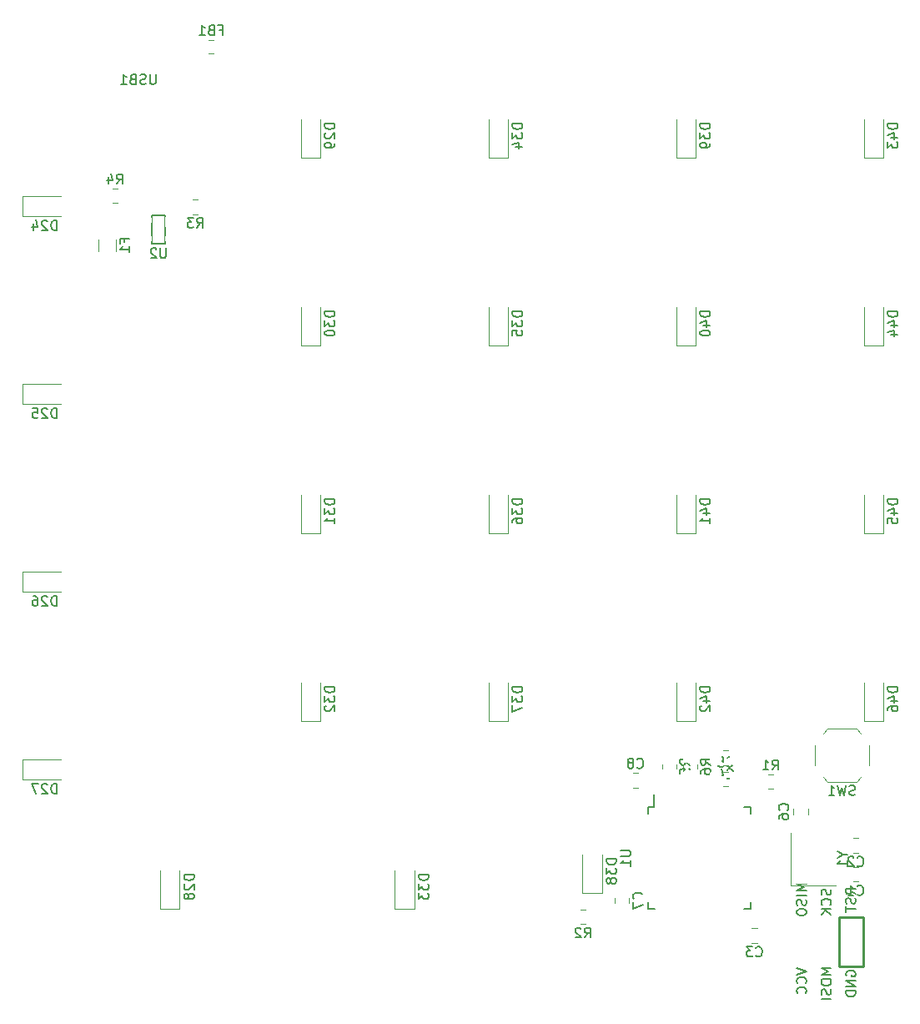
<source format=gbo>
%TF.GenerationSoftware,KiCad,Pcbnew,(5.1.12)-1*%
%TF.CreationDate,2022-01-05T00:46:49-05:00*%
%TF.ProjectId,gasket-2,6761736b-6574-42d3-922e-6b696361645f,rev?*%
%TF.SameCoordinates,Original*%
%TF.FileFunction,Legend,Bot*%
%TF.FilePolarity,Positive*%
%FSLAX46Y46*%
G04 Gerber Fmt 4.6, Leading zero omitted, Abs format (unit mm)*
G04 Created by KiCad (PCBNEW (5.1.12)-1) date 2022-01-05 00:46:49*
%MOMM*%
%LPD*%
G01*
G04 APERTURE LIST*
%ADD10C,0.120000*%
%ADD11C,0.150000*%
%ADD12C,0.250000*%
%ADD13C,1.750000*%
%ADD14C,2.250000*%
%ADD15C,3.987800*%
%ADD16R,1.800000X2.100000*%
%ADD17R,0.600000X2.450000*%
%ADD18R,0.300000X2.450000*%
%ADD19C,0.650000*%
%ADD20R,0.700000X0.600000*%
%ADD21R,0.700000X1.000000*%
%ADD22R,0.550000X1.500000*%
%ADD23R,1.500000X0.550000*%
%ADD24R,1.800000X1.100000*%
%ADD25R,1.700000X1.700000*%
%ADD26C,1.700000*%
%ADD27R,1.200000X0.900000*%
%ADD28R,0.900000X1.200000*%
G04 APERTURE END LIST*
D10*
%TO.C,FB1*%
X143381252Y-23443000D02*
X142858748Y-23443000D01*
X143381252Y-22023000D02*
X142858748Y-22023000D01*
%TO.C,Y1*%
X206466000Y-107856000D02*
X201966000Y-107856000D01*
X201966000Y-107856000D02*
X201966000Y-102456000D01*
D11*
%TO.C,U2*%
X138413250Y-42725000D02*
X137113250Y-42725000D01*
X138413250Y-39825000D02*
X138413250Y-42725000D01*
X137113250Y-39825000D02*
X138413250Y-39825000D01*
X137113250Y-39825000D02*
X137113250Y-42725000D01*
%TO.C,U1*%
X187484000Y-99854000D02*
X188059000Y-99854000D01*
X187484000Y-110204000D02*
X188159000Y-110204000D01*
X197834000Y-110204000D02*
X197159000Y-110204000D01*
X197834000Y-99854000D02*
X197159000Y-99854000D01*
X187484000Y-99854000D02*
X187484000Y-100529000D01*
X197834000Y-99854000D02*
X197834000Y-100529000D01*
X197834000Y-110204000D02*
X197834000Y-109529000D01*
X187484000Y-110204000D02*
X187484000Y-109529000D01*
X188059000Y-99854000D02*
X188059000Y-98579000D01*
D10*
%TO.C,SW1*%
X208587000Y-91895000D02*
X209077000Y-92385000D01*
X205687000Y-91895000D02*
X208587000Y-91895000D01*
X205687000Y-91895000D02*
X205197000Y-92385000D01*
X205687000Y-97335000D02*
X208587000Y-97335000D01*
X205687000Y-97335000D02*
X205197000Y-96845000D01*
X209857000Y-93575000D02*
X209857000Y-95655000D01*
X208587000Y-97335000D02*
X209077000Y-96845000D01*
X204417000Y-93575000D02*
X204417000Y-95655000D01*
%TO.C,R6*%
X192442000Y-95985064D02*
X192442000Y-95530936D01*
X190972000Y-95985064D02*
X190972000Y-95530936D01*
%TO.C,R5*%
X190346000Y-95985064D02*
X190346000Y-95530936D01*
X188876000Y-95985064D02*
X188876000Y-95530936D01*
%TO.C,R4*%
X133577064Y-38581000D02*
X133122936Y-38581000D01*
X133577064Y-37111000D02*
X133122936Y-37111000D01*
%TO.C,R3*%
X141266936Y-38254000D02*
X141721064Y-38254000D01*
X141266936Y-39724000D02*
X141721064Y-39724000D01*
%TO.C,R2*%
X180620936Y-111733000D02*
X181075064Y-111733000D01*
X180620936Y-110263000D02*
X181075064Y-110263000D01*
%TO.C,R1*%
X200125064Y-96547000D02*
X199670936Y-96547000D01*
X200125064Y-98017000D02*
X199670936Y-98017000D01*
D12*
%TO.C,J1*%
X206831250Y-111006250D02*
X206831250Y-116006250D01*
X206831250Y-116006250D02*
X209331250Y-116006250D01*
X209331250Y-116006250D02*
X209331250Y-111006250D01*
X209331250Y-111006250D02*
X206831250Y-111006250D01*
D10*
%TO.C,F1*%
X131646250Y-43464564D02*
X131646250Y-42260436D01*
X133466250Y-43464564D02*
X133466250Y-42260436D01*
%TO.C,D46*%
X211343750Y-91150000D02*
X211343750Y-87250000D01*
X209343750Y-91150000D02*
X209343750Y-87250000D01*
X211343750Y-91150000D02*
X209343750Y-91150000D01*
%TO.C,D45*%
X211343750Y-72100000D02*
X211343750Y-68200000D01*
X209343750Y-72100000D02*
X209343750Y-68200000D01*
X211343750Y-72100000D02*
X209343750Y-72100000D01*
%TO.C,D44*%
X211343750Y-53050000D02*
X211343750Y-49150000D01*
X209343750Y-53050000D02*
X209343750Y-49150000D01*
X211343750Y-53050000D02*
X209343750Y-53050000D01*
%TO.C,D43*%
X211343750Y-34000000D02*
X211343750Y-30100000D01*
X209343750Y-34000000D02*
X209343750Y-30100000D01*
X211343750Y-34000000D02*
X209343750Y-34000000D01*
%TO.C,D42*%
X192293750Y-91150000D02*
X192293750Y-87250000D01*
X190293750Y-91150000D02*
X190293750Y-87250000D01*
X192293750Y-91150000D02*
X190293750Y-91150000D01*
%TO.C,D41*%
X192293750Y-72100000D02*
X192293750Y-68200000D01*
X190293750Y-72100000D02*
X190293750Y-68200000D01*
X192293750Y-72100000D02*
X190293750Y-72100000D01*
%TO.C,D40*%
X192293750Y-53050000D02*
X192293750Y-49150000D01*
X190293750Y-53050000D02*
X190293750Y-49150000D01*
X192293750Y-53050000D02*
X190293750Y-53050000D01*
%TO.C,D39*%
X192293750Y-34000000D02*
X192293750Y-30100000D01*
X190293750Y-34000000D02*
X190293750Y-30100000D01*
X192293750Y-34000000D02*
X190293750Y-34000000D01*
%TO.C,D38*%
X182768750Y-108612500D02*
X182768750Y-104712500D01*
X180768750Y-108612500D02*
X180768750Y-104712500D01*
X182768750Y-108612500D02*
X180768750Y-108612500D01*
%TO.C,D37*%
X173243750Y-91150000D02*
X173243750Y-87250000D01*
X171243750Y-91150000D02*
X171243750Y-87250000D01*
X173243750Y-91150000D02*
X171243750Y-91150000D01*
%TO.C,D36*%
X173243750Y-72100000D02*
X173243750Y-68200000D01*
X171243750Y-72100000D02*
X171243750Y-68200000D01*
X173243750Y-72100000D02*
X171243750Y-72100000D01*
%TO.C,D35*%
X173243750Y-53050000D02*
X173243750Y-49150000D01*
X171243750Y-53050000D02*
X171243750Y-49150000D01*
X173243750Y-53050000D02*
X171243750Y-53050000D01*
%TO.C,D34*%
X173243750Y-34000000D02*
X173243750Y-30100000D01*
X171243750Y-34000000D02*
X171243750Y-30100000D01*
X173243750Y-34000000D02*
X171243750Y-34000000D01*
%TO.C,D33*%
X163718750Y-110200000D02*
X163718750Y-106300000D01*
X161718750Y-110200000D02*
X161718750Y-106300000D01*
X163718750Y-110200000D02*
X161718750Y-110200000D01*
%TO.C,D32*%
X154193750Y-91150000D02*
X154193750Y-87250000D01*
X152193750Y-91150000D02*
X152193750Y-87250000D01*
X154193750Y-91150000D02*
X152193750Y-91150000D01*
%TO.C,D31*%
X154193750Y-72100000D02*
X154193750Y-68200000D01*
X152193750Y-72100000D02*
X152193750Y-68200000D01*
X154193750Y-72100000D02*
X152193750Y-72100000D01*
%TO.C,D30*%
X154193750Y-53050000D02*
X154193750Y-49150000D01*
X152193750Y-53050000D02*
X152193750Y-49150000D01*
X154193750Y-53050000D02*
X152193750Y-53050000D01*
%TO.C,D29*%
X154193750Y-34000000D02*
X154193750Y-30100000D01*
X152193750Y-34000000D02*
X152193750Y-30100000D01*
X154193750Y-34000000D02*
X152193750Y-34000000D01*
%TO.C,D28*%
X139906250Y-110200000D02*
X139906250Y-106300000D01*
X137906250Y-110200000D02*
X137906250Y-106300000D01*
X139906250Y-110200000D02*
X137906250Y-110200000D01*
%TO.C,D27*%
X123956250Y-97043750D02*
X127856250Y-97043750D01*
X123956250Y-95043750D02*
X127856250Y-95043750D01*
X123956250Y-97043750D02*
X123956250Y-95043750D01*
%TO.C,D26*%
X123956250Y-77993750D02*
X127856250Y-77993750D01*
X123956250Y-75993750D02*
X127856250Y-75993750D01*
X123956250Y-77993750D02*
X123956250Y-75993750D01*
%TO.C,D25*%
X123956250Y-58943750D02*
X127856250Y-58943750D01*
X123956250Y-56943750D02*
X127856250Y-56943750D01*
X123956250Y-58943750D02*
X123956250Y-56943750D01*
%TO.C,D24*%
X123956250Y-39893750D02*
X127856250Y-39893750D01*
X123956250Y-37893750D02*
X127856250Y-37893750D01*
X123956250Y-39893750D02*
X123956250Y-37893750D01*
%TO.C,C8*%
X186443252Y-96420000D02*
X185920748Y-96420000D01*
X186443252Y-97890000D02*
X185920748Y-97890000D01*
%TO.C,C7*%
X185520000Y-109608252D02*
X185520000Y-109085748D01*
X184050000Y-109608252D02*
X184050000Y-109085748D01*
%TO.C,C6*%
X202211000Y-100068748D02*
X202211000Y-100591252D01*
X203681000Y-100068748D02*
X203681000Y-100591252D01*
%TO.C,C5*%
X195587252Y-96293000D02*
X195064748Y-96293000D01*
X195587252Y-97763000D02*
X195064748Y-97763000D01*
%TO.C,C4*%
X195064748Y-95604000D02*
X195587252Y-95604000D01*
X195064748Y-94134000D02*
X195587252Y-94134000D01*
%TO.C,C3*%
X197985748Y-113638000D02*
X198508252Y-113638000D01*
X197985748Y-112168000D02*
X198508252Y-112168000D01*
%TO.C,C2*%
X208272748Y-104494000D02*
X208795252Y-104494000D01*
X208272748Y-103024000D02*
X208795252Y-103024000D01*
%TO.C,C1*%
X208272748Y-107415000D02*
X208795252Y-107415000D01*
X208272748Y-105945000D02*
X208795252Y-105945000D01*
%TO.C,FB1*%
D11*
X143953333Y-21011571D02*
X144286666Y-21011571D01*
X144286666Y-21535380D02*
X144286666Y-20535380D01*
X143810476Y-20535380D01*
X143096190Y-21011571D02*
X142953333Y-21059190D01*
X142905714Y-21106809D01*
X142858095Y-21202047D01*
X142858095Y-21344904D01*
X142905714Y-21440142D01*
X142953333Y-21487761D01*
X143048571Y-21535380D01*
X143429523Y-21535380D01*
X143429523Y-20535380D01*
X143096190Y-20535380D01*
X143000952Y-20583000D01*
X142953333Y-20630619D01*
X142905714Y-20725857D01*
X142905714Y-20821095D01*
X142953333Y-20916333D01*
X143000952Y-20963952D01*
X143096190Y-21011571D01*
X143429523Y-21011571D01*
X141905714Y-21535380D02*
X142477142Y-21535380D01*
X142191428Y-21535380D02*
X142191428Y-20535380D01*
X142286666Y-20678238D01*
X142381904Y-20773476D01*
X142477142Y-20821095D01*
%TO.C,Y1*%
X207242190Y-104679809D02*
X207718380Y-104679809D01*
X206718380Y-104346476D02*
X207242190Y-104679809D01*
X206718380Y-105013142D01*
X207718380Y-105870285D02*
X207718380Y-105298857D01*
X207718380Y-105584571D02*
X206718380Y-105584571D01*
X206861238Y-105489333D01*
X206956476Y-105394095D01*
X207004095Y-105298857D01*
%TO.C,USB1*%
X137469345Y-25527380D02*
X137469345Y-26336904D01*
X137421726Y-26432142D01*
X137374107Y-26479761D01*
X137278869Y-26527380D01*
X137088392Y-26527380D01*
X136993154Y-26479761D01*
X136945535Y-26432142D01*
X136897916Y-26336904D01*
X136897916Y-25527380D01*
X136469345Y-26479761D02*
X136326488Y-26527380D01*
X136088392Y-26527380D01*
X135993154Y-26479761D01*
X135945535Y-26432142D01*
X135897916Y-26336904D01*
X135897916Y-26241666D01*
X135945535Y-26146428D01*
X135993154Y-26098809D01*
X136088392Y-26051190D01*
X136278869Y-26003571D01*
X136374107Y-25955952D01*
X136421726Y-25908333D01*
X136469345Y-25813095D01*
X136469345Y-25717857D01*
X136421726Y-25622619D01*
X136374107Y-25575000D01*
X136278869Y-25527380D01*
X136040773Y-25527380D01*
X135897916Y-25575000D01*
X135136011Y-26003571D02*
X134993154Y-26051190D01*
X134945535Y-26098809D01*
X134897916Y-26194047D01*
X134897916Y-26336904D01*
X134945535Y-26432142D01*
X134993154Y-26479761D01*
X135088392Y-26527380D01*
X135469345Y-26527380D01*
X135469345Y-25527380D01*
X135136011Y-25527380D01*
X135040773Y-25575000D01*
X134993154Y-25622619D01*
X134945535Y-25717857D01*
X134945535Y-25813095D01*
X134993154Y-25908333D01*
X135040773Y-25955952D01*
X135136011Y-26003571D01*
X135469345Y-26003571D01*
X133945535Y-26527380D02*
X134516964Y-26527380D01*
X134231250Y-26527380D02*
X134231250Y-25527380D01*
X134326488Y-25670238D01*
X134421726Y-25765476D01*
X134516964Y-25813095D01*
%TO.C,U2*%
X138525154Y-43177380D02*
X138525154Y-43986904D01*
X138477535Y-44082142D01*
X138429916Y-44129761D01*
X138334678Y-44177380D01*
X138144202Y-44177380D01*
X138048964Y-44129761D01*
X138001345Y-44082142D01*
X137953726Y-43986904D01*
X137953726Y-43177380D01*
X137525154Y-43272619D02*
X137477535Y-43225000D01*
X137382297Y-43177380D01*
X137144202Y-43177380D01*
X137048964Y-43225000D01*
X137001345Y-43272619D01*
X136953726Y-43367857D01*
X136953726Y-43463095D01*
X137001345Y-43605952D01*
X137572773Y-44177380D01*
X136953726Y-44177380D01*
%TO.C,U1*%
X184661380Y-104267095D02*
X185470904Y-104267095D01*
X185566142Y-104314714D01*
X185613761Y-104362333D01*
X185661380Y-104457571D01*
X185661380Y-104648047D01*
X185613761Y-104743285D01*
X185566142Y-104790904D01*
X185470904Y-104838523D01*
X184661380Y-104838523D01*
X185661380Y-105838523D02*
X185661380Y-105267095D01*
X185661380Y-105552809D02*
X184661380Y-105552809D01*
X184804238Y-105457571D01*
X184899476Y-105362333D01*
X184947095Y-105267095D01*
%TO.C,SW1*%
X208470333Y-98619761D02*
X208327476Y-98667380D01*
X208089380Y-98667380D01*
X207994142Y-98619761D01*
X207946523Y-98572142D01*
X207898904Y-98476904D01*
X207898904Y-98381666D01*
X207946523Y-98286428D01*
X207994142Y-98238809D01*
X208089380Y-98191190D01*
X208279857Y-98143571D01*
X208375095Y-98095952D01*
X208422714Y-98048333D01*
X208470333Y-97953095D01*
X208470333Y-97857857D01*
X208422714Y-97762619D01*
X208375095Y-97715000D01*
X208279857Y-97667380D01*
X208041761Y-97667380D01*
X207898904Y-97715000D01*
X207565571Y-97667380D02*
X207327476Y-98667380D01*
X207137000Y-97953095D01*
X206946523Y-98667380D01*
X206708428Y-97667380D01*
X205803666Y-98667380D02*
X206375095Y-98667380D01*
X206089380Y-98667380D02*
X206089380Y-97667380D01*
X206184619Y-97810238D01*
X206279857Y-97905476D01*
X206375095Y-97953095D01*
%TO.C,R6*%
X193809380Y-95591333D02*
X193333190Y-95258000D01*
X193809380Y-95019904D02*
X192809380Y-95019904D01*
X192809380Y-95400857D01*
X192857000Y-95496095D01*
X192904619Y-95543714D01*
X192999857Y-95591333D01*
X193142714Y-95591333D01*
X193237952Y-95543714D01*
X193285571Y-95496095D01*
X193333190Y-95400857D01*
X193333190Y-95019904D01*
X192809380Y-96448476D02*
X192809380Y-96258000D01*
X192857000Y-96162761D01*
X192904619Y-96115142D01*
X193047476Y-96019904D01*
X193237952Y-95972285D01*
X193618904Y-95972285D01*
X193714142Y-96019904D01*
X193761761Y-96067523D01*
X193809380Y-96162761D01*
X193809380Y-96353238D01*
X193761761Y-96448476D01*
X193714142Y-96496095D01*
X193618904Y-96543714D01*
X193380809Y-96543714D01*
X193285571Y-96496095D01*
X193237952Y-96448476D01*
X193190333Y-96353238D01*
X193190333Y-96162761D01*
X193237952Y-96067523D01*
X193285571Y-96019904D01*
X193380809Y-95972285D01*
%TO.C,R5*%
X191713380Y-95591333D02*
X191237190Y-95258000D01*
X191713380Y-95019904D02*
X190713380Y-95019904D01*
X190713380Y-95400857D01*
X190761000Y-95496095D01*
X190808619Y-95543714D01*
X190903857Y-95591333D01*
X191046714Y-95591333D01*
X191141952Y-95543714D01*
X191189571Y-95496095D01*
X191237190Y-95400857D01*
X191237190Y-95019904D01*
X190713380Y-96496095D02*
X190713380Y-96019904D01*
X191189571Y-95972285D01*
X191141952Y-96019904D01*
X191094333Y-96115142D01*
X191094333Y-96353238D01*
X191141952Y-96448476D01*
X191189571Y-96496095D01*
X191284809Y-96543714D01*
X191522904Y-96543714D01*
X191618142Y-96496095D01*
X191665761Y-96448476D01*
X191713380Y-96353238D01*
X191713380Y-96115142D01*
X191665761Y-96019904D01*
X191618142Y-95972285D01*
%TO.C,R4*%
X133516666Y-36648380D02*
X133850000Y-36172190D01*
X134088095Y-36648380D02*
X134088095Y-35648380D01*
X133707142Y-35648380D01*
X133611904Y-35696000D01*
X133564285Y-35743619D01*
X133516666Y-35838857D01*
X133516666Y-35981714D01*
X133564285Y-36076952D01*
X133611904Y-36124571D01*
X133707142Y-36172190D01*
X134088095Y-36172190D01*
X132659523Y-35981714D02*
X132659523Y-36648380D01*
X132897619Y-35600761D02*
X133135714Y-36315047D01*
X132516666Y-36315047D01*
%TO.C,R3*%
X141660666Y-41091380D02*
X141994000Y-40615190D01*
X142232095Y-41091380D02*
X142232095Y-40091380D01*
X141851142Y-40091380D01*
X141755904Y-40139000D01*
X141708285Y-40186619D01*
X141660666Y-40281857D01*
X141660666Y-40424714D01*
X141708285Y-40519952D01*
X141755904Y-40567571D01*
X141851142Y-40615190D01*
X142232095Y-40615190D01*
X141327333Y-40091380D02*
X140708285Y-40091380D01*
X141041619Y-40472333D01*
X140898761Y-40472333D01*
X140803523Y-40519952D01*
X140755904Y-40567571D01*
X140708285Y-40662809D01*
X140708285Y-40900904D01*
X140755904Y-40996142D01*
X140803523Y-41043761D01*
X140898761Y-41091380D01*
X141184476Y-41091380D01*
X141279714Y-41043761D01*
X141327333Y-40996142D01*
%TO.C,R2*%
X181014666Y-113100380D02*
X181348000Y-112624190D01*
X181586095Y-113100380D02*
X181586095Y-112100380D01*
X181205142Y-112100380D01*
X181109904Y-112148000D01*
X181062285Y-112195619D01*
X181014666Y-112290857D01*
X181014666Y-112433714D01*
X181062285Y-112528952D01*
X181109904Y-112576571D01*
X181205142Y-112624190D01*
X181586095Y-112624190D01*
X180633714Y-112195619D02*
X180586095Y-112148000D01*
X180490857Y-112100380D01*
X180252761Y-112100380D01*
X180157523Y-112148000D01*
X180109904Y-112195619D01*
X180062285Y-112290857D01*
X180062285Y-112386095D01*
X180109904Y-112528952D01*
X180681333Y-113100380D01*
X180062285Y-113100380D01*
%TO.C,R1*%
X200064666Y-96084380D02*
X200398000Y-95608190D01*
X200636095Y-96084380D02*
X200636095Y-95084380D01*
X200255142Y-95084380D01*
X200159904Y-95132000D01*
X200112285Y-95179619D01*
X200064666Y-95274857D01*
X200064666Y-95417714D01*
X200112285Y-95512952D01*
X200159904Y-95560571D01*
X200255142Y-95608190D01*
X200636095Y-95608190D01*
X199112285Y-96084380D02*
X199683714Y-96084380D01*
X199398000Y-96084380D02*
X199398000Y-95084380D01*
X199493238Y-95227238D01*
X199588476Y-95322476D01*
X199683714Y-95370095D01*
%TO.C,J1*%
X203533630Y-107684821D02*
X202533630Y-107684821D01*
X203247916Y-108018154D01*
X202533630Y-108351488D01*
X203533630Y-108351488D01*
X203533630Y-108827678D02*
X202533630Y-108827678D01*
X203486011Y-109256250D02*
X203533630Y-109399107D01*
X203533630Y-109637202D01*
X203486011Y-109732440D01*
X203438392Y-109780059D01*
X203343154Y-109827678D01*
X203247916Y-109827678D01*
X203152678Y-109780059D01*
X203105059Y-109732440D01*
X203057440Y-109637202D01*
X203009821Y-109446726D01*
X202962202Y-109351488D01*
X202914583Y-109303869D01*
X202819345Y-109256250D01*
X202724107Y-109256250D01*
X202628869Y-109303869D01*
X202581250Y-109351488D01*
X202533630Y-109446726D01*
X202533630Y-109684821D01*
X202581250Y-109827678D01*
X202533630Y-110446726D02*
X202533630Y-110637202D01*
X202581250Y-110732440D01*
X202676488Y-110827678D01*
X202866964Y-110875297D01*
X203200297Y-110875297D01*
X203390773Y-110827678D01*
X203486011Y-110732440D01*
X203533630Y-110637202D01*
X203533630Y-110446726D01*
X203486011Y-110351488D01*
X203390773Y-110256250D01*
X203200297Y-110208630D01*
X202866964Y-110208630D01*
X202676488Y-110256250D01*
X202581250Y-110351488D01*
X202533630Y-110446726D01*
X202533630Y-116172916D02*
X203533630Y-116506250D01*
X202533630Y-116839583D01*
X203438392Y-117744345D02*
X203486011Y-117696726D01*
X203533630Y-117553869D01*
X203533630Y-117458630D01*
X203486011Y-117315773D01*
X203390773Y-117220535D01*
X203295535Y-117172916D01*
X203105059Y-117125297D01*
X202962202Y-117125297D01*
X202771726Y-117172916D01*
X202676488Y-117220535D01*
X202581250Y-117315773D01*
X202533630Y-117458630D01*
X202533630Y-117553869D01*
X202581250Y-117696726D01*
X202628869Y-117744345D01*
X203438392Y-118744345D02*
X203486011Y-118696726D01*
X203533630Y-118553869D01*
X203533630Y-118458630D01*
X203486011Y-118315773D01*
X203390773Y-118220535D01*
X203295535Y-118172916D01*
X203105059Y-118125297D01*
X202962202Y-118125297D01*
X202771726Y-118172916D01*
X202676488Y-118220535D01*
X202581250Y-118315773D01*
X202533630Y-118458630D01*
X202533630Y-118553869D01*
X202581250Y-118696726D01*
X202628869Y-118744345D01*
X205986011Y-108220535D02*
X206033630Y-108363392D01*
X206033630Y-108601488D01*
X205986011Y-108696726D01*
X205938392Y-108744345D01*
X205843154Y-108791964D01*
X205747916Y-108791964D01*
X205652678Y-108744345D01*
X205605059Y-108696726D01*
X205557440Y-108601488D01*
X205509821Y-108411011D01*
X205462202Y-108315773D01*
X205414583Y-108268154D01*
X205319345Y-108220535D01*
X205224107Y-108220535D01*
X205128869Y-108268154D01*
X205081250Y-108315773D01*
X205033630Y-108411011D01*
X205033630Y-108649107D01*
X205081250Y-108791964D01*
X205938392Y-109791964D02*
X205986011Y-109744345D01*
X206033630Y-109601488D01*
X206033630Y-109506250D01*
X205986011Y-109363392D01*
X205890773Y-109268154D01*
X205795535Y-109220535D01*
X205605059Y-109172916D01*
X205462202Y-109172916D01*
X205271726Y-109220535D01*
X205176488Y-109268154D01*
X205081250Y-109363392D01*
X205033630Y-109506250D01*
X205033630Y-109601488D01*
X205081250Y-109744345D01*
X205128869Y-109791964D01*
X206033630Y-110220535D02*
X205033630Y-110220535D01*
X206033630Y-110791964D02*
X205462202Y-110363392D01*
X205033630Y-110791964D02*
X205605059Y-110220535D01*
X206033630Y-116184821D02*
X205033630Y-116184821D01*
X205747916Y-116518154D01*
X205033630Y-116851488D01*
X206033630Y-116851488D01*
X205033630Y-117518154D02*
X205033630Y-117708630D01*
X205081250Y-117803869D01*
X205176488Y-117899107D01*
X205366964Y-117946726D01*
X205700297Y-117946726D01*
X205890773Y-117899107D01*
X205986011Y-117803869D01*
X206033630Y-117708630D01*
X206033630Y-117518154D01*
X205986011Y-117422916D01*
X205890773Y-117327678D01*
X205700297Y-117280059D01*
X205366964Y-117280059D01*
X205176488Y-117327678D01*
X205081250Y-117422916D01*
X205033630Y-117518154D01*
X205986011Y-118327678D02*
X206033630Y-118470535D01*
X206033630Y-118708630D01*
X205986011Y-118803869D01*
X205938392Y-118851488D01*
X205843154Y-118899107D01*
X205747916Y-118899107D01*
X205652678Y-118851488D01*
X205605059Y-118803869D01*
X205557440Y-118708630D01*
X205509821Y-118518154D01*
X205462202Y-118422916D01*
X205414583Y-118375297D01*
X205319345Y-118327678D01*
X205224107Y-118327678D01*
X205128869Y-118375297D01*
X205081250Y-118422916D01*
X205033630Y-118518154D01*
X205033630Y-118756250D01*
X205081250Y-118899107D01*
X206033630Y-119327678D02*
X205033630Y-119327678D01*
X208533630Y-108708630D02*
X208057440Y-108375297D01*
X208533630Y-108137202D02*
X207533630Y-108137202D01*
X207533630Y-108518154D01*
X207581250Y-108613392D01*
X207628869Y-108661011D01*
X207724107Y-108708630D01*
X207866964Y-108708630D01*
X207962202Y-108661011D01*
X208009821Y-108613392D01*
X208057440Y-108518154D01*
X208057440Y-108137202D01*
X208486011Y-109089583D02*
X208533630Y-109232440D01*
X208533630Y-109470535D01*
X208486011Y-109565773D01*
X208438392Y-109613392D01*
X208343154Y-109661011D01*
X208247916Y-109661011D01*
X208152678Y-109613392D01*
X208105059Y-109565773D01*
X208057440Y-109470535D01*
X208009821Y-109280059D01*
X207962202Y-109184821D01*
X207914583Y-109137202D01*
X207819345Y-109089583D01*
X207724107Y-109089583D01*
X207628869Y-109137202D01*
X207581250Y-109184821D01*
X207533630Y-109280059D01*
X207533630Y-109518154D01*
X207581250Y-109661011D01*
X207533630Y-109946726D02*
X207533630Y-110518154D01*
X208533630Y-110232440D02*
X207533630Y-110232440D01*
X207581250Y-116994345D02*
X207533630Y-116899107D01*
X207533630Y-116756250D01*
X207581250Y-116613392D01*
X207676488Y-116518154D01*
X207771726Y-116470535D01*
X207962202Y-116422916D01*
X208105059Y-116422916D01*
X208295535Y-116470535D01*
X208390773Y-116518154D01*
X208486011Y-116613392D01*
X208533630Y-116756250D01*
X208533630Y-116851488D01*
X208486011Y-116994345D01*
X208438392Y-117041964D01*
X208105059Y-117041964D01*
X208105059Y-116851488D01*
X208533630Y-117470535D02*
X207533630Y-117470535D01*
X208533630Y-118041964D01*
X207533630Y-118041964D01*
X208533630Y-118518154D02*
X207533630Y-118518154D01*
X207533630Y-118756250D01*
X207581250Y-118899107D01*
X207676488Y-118994345D01*
X207771726Y-119041964D01*
X207962202Y-119089583D01*
X208105059Y-119089583D01*
X208295535Y-119041964D01*
X208390773Y-118994345D01*
X208486011Y-118899107D01*
X208533630Y-118756250D01*
X208533630Y-118518154D01*
%TO.C,F1*%
X134304821Y-42529166D02*
X134304821Y-42195833D01*
X134828630Y-42195833D02*
X133828630Y-42195833D01*
X133828630Y-42672023D01*
X134828630Y-43576785D02*
X134828630Y-43005357D01*
X134828630Y-43291071D02*
X133828630Y-43291071D01*
X133971488Y-43195833D01*
X134066726Y-43100595D01*
X134114345Y-43005357D01*
%TO.C,D46*%
X212796130Y-87685714D02*
X211796130Y-87685714D01*
X211796130Y-87923809D01*
X211843750Y-88066666D01*
X211938988Y-88161904D01*
X212034226Y-88209523D01*
X212224702Y-88257142D01*
X212367559Y-88257142D01*
X212558035Y-88209523D01*
X212653273Y-88161904D01*
X212748511Y-88066666D01*
X212796130Y-87923809D01*
X212796130Y-87685714D01*
X212129464Y-89114285D02*
X212796130Y-89114285D01*
X211748511Y-88876190D02*
X212462797Y-88638095D01*
X212462797Y-89257142D01*
X211796130Y-90066666D02*
X211796130Y-89876190D01*
X211843750Y-89780952D01*
X211891369Y-89733333D01*
X212034226Y-89638095D01*
X212224702Y-89590476D01*
X212605654Y-89590476D01*
X212700892Y-89638095D01*
X212748511Y-89685714D01*
X212796130Y-89780952D01*
X212796130Y-89971428D01*
X212748511Y-90066666D01*
X212700892Y-90114285D01*
X212605654Y-90161904D01*
X212367559Y-90161904D01*
X212272321Y-90114285D01*
X212224702Y-90066666D01*
X212177083Y-89971428D01*
X212177083Y-89780952D01*
X212224702Y-89685714D01*
X212272321Y-89638095D01*
X212367559Y-89590476D01*
%TO.C,D45*%
X212796130Y-68635714D02*
X211796130Y-68635714D01*
X211796130Y-68873809D01*
X211843750Y-69016666D01*
X211938988Y-69111904D01*
X212034226Y-69159523D01*
X212224702Y-69207142D01*
X212367559Y-69207142D01*
X212558035Y-69159523D01*
X212653273Y-69111904D01*
X212748511Y-69016666D01*
X212796130Y-68873809D01*
X212796130Y-68635714D01*
X212129464Y-70064285D02*
X212796130Y-70064285D01*
X211748511Y-69826190D02*
X212462797Y-69588095D01*
X212462797Y-70207142D01*
X211796130Y-71064285D02*
X211796130Y-70588095D01*
X212272321Y-70540476D01*
X212224702Y-70588095D01*
X212177083Y-70683333D01*
X212177083Y-70921428D01*
X212224702Y-71016666D01*
X212272321Y-71064285D01*
X212367559Y-71111904D01*
X212605654Y-71111904D01*
X212700892Y-71064285D01*
X212748511Y-71016666D01*
X212796130Y-70921428D01*
X212796130Y-70683333D01*
X212748511Y-70588095D01*
X212700892Y-70540476D01*
%TO.C,D44*%
X212796130Y-49585714D02*
X211796130Y-49585714D01*
X211796130Y-49823809D01*
X211843750Y-49966666D01*
X211938988Y-50061904D01*
X212034226Y-50109523D01*
X212224702Y-50157142D01*
X212367559Y-50157142D01*
X212558035Y-50109523D01*
X212653273Y-50061904D01*
X212748511Y-49966666D01*
X212796130Y-49823809D01*
X212796130Y-49585714D01*
X212129464Y-51014285D02*
X212796130Y-51014285D01*
X211748511Y-50776190D02*
X212462797Y-50538095D01*
X212462797Y-51157142D01*
X212129464Y-51966666D02*
X212796130Y-51966666D01*
X211748511Y-51728571D02*
X212462797Y-51490476D01*
X212462797Y-52109523D01*
%TO.C,D43*%
X212796130Y-30535714D02*
X211796130Y-30535714D01*
X211796130Y-30773809D01*
X211843750Y-30916666D01*
X211938988Y-31011904D01*
X212034226Y-31059523D01*
X212224702Y-31107142D01*
X212367559Y-31107142D01*
X212558035Y-31059523D01*
X212653273Y-31011904D01*
X212748511Y-30916666D01*
X212796130Y-30773809D01*
X212796130Y-30535714D01*
X212129464Y-31964285D02*
X212796130Y-31964285D01*
X211748511Y-31726190D02*
X212462797Y-31488095D01*
X212462797Y-32107142D01*
X211796130Y-32392857D02*
X211796130Y-33011904D01*
X212177083Y-32678571D01*
X212177083Y-32821428D01*
X212224702Y-32916666D01*
X212272321Y-32964285D01*
X212367559Y-33011904D01*
X212605654Y-33011904D01*
X212700892Y-32964285D01*
X212748511Y-32916666D01*
X212796130Y-32821428D01*
X212796130Y-32535714D01*
X212748511Y-32440476D01*
X212700892Y-32392857D01*
%TO.C,D42*%
X193746130Y-87685714D02*
X192746130Y-87685714D01*
X192746130Y-87923809D01*
X192793750Y-88066666D01*
X192888988Y-88161904D01*
X192984226Y-88209523D01*
X193174702Y-88257142D01*
X193317559Y-88257142D01*
X193508035Y-88209523D01*
X193603273Y-88161904D01*
X193698511Y-88066666D01*
X193746130Y-87923809D01*
X193746130Y-87685714D01*
X193079464Y-89114285D02*
X193746130Y-89114285D01*
X192698511Y-88876190D02*
X193412797Y-88638095D01*
X193412797Y-89257142D01*
X192841369Y-89590476D02*
X192793750Y-89638095D01*
X192746130Y-89733333D01*
X192746130Y-89971428D01*
X192793750Y-90066666D01*
X192841369Y-90114285D01*
X192936607Y-90161904D01*
X193031845Y-90161904D01*
X193174702Y-90114285D01*
X193746130Y-89542857D01*
X193746130Y-90161904D01*
%TO.C,D41*%
X193746130Y-68635714D02*
X192746130Y-68635714D01*
X192746130Y-68873809D01*
X192793750Y-69016666D01*
X192888988Y-69111904D01*
X192984226Y-69159523D01*
X193174702Y-69207142D01*
X193317559Y-69207142D01*
X193508035Y-69159523D01*
X193603273Y-69111904D01*
X193698511Y-69016666D01*
X193746130Y-68873809D01*
X193746130Y-68635714D01*
X193079464Y-70064285D02*
X193746130Y-70064285D01*
X192698511Y-69826190D02*
X193412797Y-69588095D01*
X193412797Y-70207142D01*
X193746130Y-71111904D02*
X193746130Y-70540476D01*
X193746130Y-70826190D02*
X192746130Y-70826190D01*
X192888988Y-70730952D01*
X192984226Y-70635714D01*
X193031845Y-70540476D01*
%TO.C,D40*%
X193746130Y-49585714D02*
X192746130Y-49585714D01*
X192746130Y-49823809D01*
X192793750Y-49966666D01*
X192888988Y-50061904D01*
X192984226Y-50109523D01*
X193174702Y-50157142D01*
X193317559Y-50157142D01*
X193508035Y-50109523D01*
X193603273Y-50061904D01*
X193698511Y-49966666D01*
X193746130Y-49823809D01*
X193746130Y-49585714D01*
X193079464Y-51014285D02*
X193746130Y-51014285D01*
X192698511Y-50776190D02*
X193412797Y-50538095D01*
X193412797Y-51157142D01*
X192746130Y-51728571D02*
X192746130Y-51823809D01*
X192793750Y-51919047D01*
X192841369Y-51966666D01*
X192936607Y-52014285D01*
X193127083Y-52061904D01*
X193365178Y-52061904D01*
X193555654Y-52014285D01*
X193650892Y-51966666D01*
X193698511Y-51919047D01*
X193746130Y-51823809D01*
X193746130Y-51728571D01*
X193698511Y-51633333D01*
X193650892Y-51585714D01*
X193555654Y-51538095D01*
X193365178Y-51490476D01*
X193127083Y-51490476D01*
X192936607Y-51538095D01*
X192841369Y-51585714D01*
X192793750Y-51633333D01*
X192746130Y-51728571D01*
%TO.C,D39*%
X193746130Y-30535714D02*
X192746130Y-30535714D01*
X192746130Y-30773809D01*
X192793750Y-30916666D01*
X192888988Y-31011904D01*
X192984226Y-31059523D01*
X193174702Y-31107142D01*
X193317559Y-31107142D01*
X193508035Y-31059523D01*
X193603273Y-31011904D01*
X193698511Y-30916666D01*
X193746130Y-30773809D01*
X193746130Y-30535714D01*
X192746130Y-31440476D02*
X192746130Y-32059523D01*
X193127083Y-31726190D01*
X193127083Y-31869047D01*
X193174702Y-31964285D01*
X193222321Y-32011904D01*
X193317559Y-32059523D01*
X193555654Y-32059523D01*
X193650892Y-32011904D01*
X193698511Y-31964285D01*
X193746130Y-31869047D01*
X193746130Y-31583333D01*
X193698511Y-31488095D01*
X193650892Y-31440476D01*
X193746130Y-32535714D02*
X193746130Y-32726190D01*
X193698511Y-32821428D01*
X193650892Y-32869047D01*
X193508035Y-32964285D01*
X193317559Y-33011904D01*
X192936607Y-33011904D01*
X192841369Y-32964285D01*
X192793750Y-32916666D01*
X192746130Y-32821428D01*
X192746130Y-32630952D01*
X192793750Y-32535714D01*
X192841369Y-32488095D01*
X192936607Y-32440476D01*
X193174702Y-32440476D01*
X193269940Y-32488095D01*
X193317559Y-32535714D01*
X193365178Y-32630952D01*
X193365178Y-32821428D01*
X193317559Y-32916666D01*
X193269940Y-32964285D01*
X193174702Y-33011904D01*
%TO.C,D38*%
X184221130Y-105148214D02*
X183221130Y-105148214D01*
X183221130Y-105386309D01*
X183268750Y-105529166D01*
X183363988Y-105624404D01*
X183459226Y-105672023D01*
X183649702Y-105719642D01*
X183792559Y-105719642D01*
X183983035Y-105672023D01*
X184078273Y-105624404D01*
X184173511Y-105529166D01*
X184221130Y-105386309D01*
X184221130Y-105148214D01*
X183221130Y-106052976D02*
X183221130Y-106672023D01*
X183602083Y-106338690D01*
X183602083Y-106481547D01*
X183649702Y-106576785D01*
X183697321Y-106624404D01*
X183792559Y-106672023D01*
X184030654Y-106672023D01*
X184125892Y-106624404D01*
X184173511Y-106576785D01*
X184221130Y-106481547D01*
X184221130Y-106195833D01*
X184173511Y-106100595D01*
X184125892Y-106052976D01*
X183649702Y-107243452D02*
X183602083Y-107148214D01*
X183554464Y-107100595D01*
X183459226Y-107052976D01*
X183411607Y-107052976D01*
X183316369Y-107100595D01*
X183268750Y-107148214D01*
X183221130Y-107243452D01*
X183221130Y-107433928D01*
X183268750Y-107529166D01*
X183316369Y-107576785D01*
X183411607Y-107624404D01*
X183459226Y-107624404D01*
X183554464Y-107576785D01*
X183602083Y-107529166D01*
X183649702Y-107433928D01*
X183649702Y-107243452D01*
X183697321Y-107148214D01*
X183744940Y-107100595D01*
X183840178Y-107052976D01*
X184030654Y-107052976D01*
X184125892Y-107100595D01*
X184173511Y-107148214D01*
X184221130Y-107243452D01*
X184221130Y-107433928D01*
X184173511Y-107529166D01*
X184125892Y-107576785D01*
X184030654Y-107624404D01*
X183840178Y-107624404D01*
X183744940Y-107576785D01*
X183697321Y-107529166D01*
X183649702Y-107433928D01*
%TO.C,D37*%
X174696130Y-87685714D02*
X173696130Y-87685714D01*
X173696130Y-87923809D01*
X173743750Y-88066666D01*
X173838988Y-88161904D01*
X173934226Y-88209523D01*
X174124702Y-88257142D01*
X174267559Y-88257142D01*
X174458035Y-88209523D01*
X174553273Y-88161904D01*
X174648511Y-88066666D01*
X174696130Y-87923809D01*
X174696130Y-87685714D01*
X173696130Y-88590476D02*
X173696130Y-89209523D01*
X174077083Y-88876190D01*
X174077083Y-89019047D01*
X174124702Y-89114285D01*
X174172321Y-89161904D01*
X174267559Y-89209523D01*
X174505654Y-89209523D01*
X174600892Y-89161904D01*
X174648511Y-89114285D01*
X174696130Y-89019047D01*
X174696130Y-88733333D01*
X174648511Y-88638095D01*
X174600892Y-88590476D01*
X173696130Y-89542857D02*
X173696130Y-90209523D01*
X174696130Y-89780952D01*
%TO.C,D36*%
X174696130Y-68635714D02*
X173696130Y-68635714D01*
X173696130Y-68873809D01*
X173743750Y-69016666D01*
X173838988Y-69111904D01*
X173934226Y-69159523D01*
X174124702Y-69207142D01*
X174267559Y-69207142D01*
X174458035Y-69159523D01*
X174553273Y-69111904D01*
X174648511Y-69016666D01*
X174696130Y-68873809D01*
X174696130Y-68635714D01*
X173696130Y-69540476D02*
X173696130Y-70159523D01*
X174077083Y-69826190D01*
X174077083Y-69969047D01*
X174124702Y-70064285D01*
X174172321Y-70111904D01*
X174267559Y-70159523D01*
X174505654Y-70159523D01*
X174600892Y-70111904D01*
X174648511Y-70064285D01*
X174696130Y-69969047D01*
X174696130Y-69683333D01*
X174648511Y-69588095D01*
X174600892Y-69540476D01*
X173696130Y-71016666D02*
X173696130Y-70826190D01*
X173743750Y-70730952D01*
X173791369Y-70683333D01*
X173934226Y-70588095D01*
X174124702Y-70540476D01*
X174505654Y-70540476D01*
X174600892Y-70588095D01*
X174648511Y-70635714D01*
X174696130Y-70730952D01*
X174696130Y-70921428D01*
X174648511Y-71016666D01*
X174600892Y-71064285D01*
X174505654Y-71111904D01*
X174267559Y-71111904D01*
X174172321Y-71064285D01*
X174124702Y-71016666D01*
X174077083Y-70921428D01*
X174077083Y-70730952D01*
X174124702Y-70635714D01*
X174172321Y-70588095D01*
X174267559Y-70540476D01*
%TO.C,D35*%
X174696130Y-49585714D02*
X173696130Y-49585714D01*
X173696130Y-49823809D01*
X173743750Y-49966666D01*
X173838988Y-50061904D01*
X173934226Y-50109523D01*
X174124702Y-50157142D01*
X174267559Y-50157142D01*
X174458035Y-50109523D01*
X174553273Y-50061904D01*
X174648511Y-49966666D01*
X174696130Y-49823809D01*
X174696130Y-49585714D01*
X173696130Y-50490476D02*
X173696130Y-51109523D01*
X174077083Y-50776190D01*
X174077083Y-50919047D01*
X174124702Y-51014285D01*
X174172321Y-51061904D01*
X174267559Y-51109523D01*
X174505654Y-51109523D01*
X174600892Y-51061904D01*
X174648511Y-51014285D01*
X174696130Y-50919047D01*
X174696130Y-50633333D01*
X174648511Y-50538095D01*
X174600892Y-50490476D01*
X173696130Y-52014285D02*
X173696130Y-51538095D01*
X174172321Y-51490476D01*
X174124702Y-51538095D01*
X174077083Y-51633333D01*
X174077083Y-51871428D01*
X174124702Y-51966666D01*
X174172321Y-52014285D01*
X174267559Y-52061904D01*
X174505654Y-52061904D01*
X174600892Y-52014285D01*
X174648511Y-51966666D01*
X174696130Y-51871428D01*
X174696130Y-51633333D01*
X174648511Y-51538095D01*
X174600892Y-51490476D01*
%TO.C,D34*%
X174696130Y-30535714D02*
X173696130Y-30535714D01*
X173696130Y-30773809D01*
X173743750Y-30916666D01*
X173838988Y-31011904D01*
X173934226Y-31059523D01*
X174124702Y-31107142D01*
X174267559Y-31107142D01*
X174458035Y-31059523D01*
X174553273Y-31011904D01*
X174648511Y-30916666D01*
X174696130Y-30773809D01*
X174696130Y-30535714D01*
X173696130Y-31440476D02*
X173696130Y-32059523D01*
X174077083Y-31726190D01*
X174077083Y-31869047D01*
X174124702Y-31964285D01*
X174172321Y-32011904D01*
X174267559Y-32059523D01*
X174505654Y-32059523D01*
X174600892Y-32011904D01*
X174648511Y-31964285D01*
X174696130Y-31869047D01*
X174696130Y-31583333D01*
X174648511Y-31488095D01*
X174600892Y-31440476D01*
X174029464Y-32916666D02*
X174696130Y-32916666D01*
X173648511Y-32678571D02*
X174362797Y-32440476D01*
X174362797Y-33059523D01*
%TO.C,D33*%
X165171130Y-106735714D02*
X164171130Y-106735714D01*
X164171130Y-106973809D01*
X164218750Y-107116666D01*
X164313988Y-107211904D01*
X164409226Y-107259523D01*
X164599702Y-107307142D01*
X164742559Y-107307142D01*
X164933035Y-107259523D01*
X165028273Y-107211904D01*
X165123511Y-107116666D01*
X165171130Y-106973809D01*
X165171130Y-106735714D01*
X164171130Y-107640476D02*
X164171130Y-108259523D01*
X164552083Y-107926190D01*
X164552083Y-108069047D01*
X164599702Y-108164285D01*
X164647321Y-108211904D01*
X164742559Y-108259523D01*
X164980654Y-108259523D01*
X165075892Y-108211904D01*
X165123511Y-108164285D01*
X165171130Y-108069047D01*
X165171130Y-107783333D01*
X165123511Y-107688095D01*
X165075892Y-107640476D01*
X164171130Y-108592857D02*
X164171130Y-109211904D01*
X164552083Y-108878571D01*
X164552083Y-109021428D01*
X164599702Y-109116666D01*
X164647321Y-109164285D01*
X164742559Y-109211904D01*
X164980654Y-109211904D01*
X165075892Y-109164285D01*
X165123511Y-109116666D01*
X165171130Y-109021428D01*
X165171130Y-108735714D01*
X165123511Y-108640476D01*
X165075892Y-108592857D01*
%TO.C,D32*%
X155646130Y-87685714D02*
X154646130Y-87685714D01*
X154646130Y-87923809D01*
X154693750Y-88066666D01*
X154788988Y-88161904D01*
X154884226Y-88209523D01*
X155074702Y-88257142D01*
X155217559Y-88257142D01*
X155408035Y-88209523D01*
X155503273Y-88161904D01*
X155598511Y-88066666D01*
X155646130Y-87923809D01*
X155646130Y-87685714D01*
X154646130Y-88590476D02*
X154646130Y-89209523D01*
X155027083Y-88876190D01*
X155027083Y-89019047D01*
X155074702Y-89114285D01*
X155122321Y-89161904D01*
X155217559Y-89209523D01*
X155455654Y-89209523D01*
X155550892Y-89161904D01*
X155598511Y-89114285D01*
X155646130Y-89019047D01*
X155646130Y-88733333D01*
X155598511Y-88638095D01*
X155550892Y-88590476D01*
X154741369Y-89590476D02*
X154693750Y-89638095D01*
X154646130Y-89733333D01*
X154646130Y-89971428D01*
X154693750Y-90066666D01*
X154741369Y-90114285D01*
X154836607Y-90161904D01*
X154931845Y-90161904D01*
X155074702Y-90114285D01*
X155646130Y-89542857D01*
X155646130Y-90161904D01*
%TO.C,D31*%
X155646130Y-68635714D02*
X154646130Y-68635714D01*
X154646130Y-68873809D01*
X154693750Y-69016666D01*
X154788988Y-69111904D01*
X154884226Y-69159523D01*
X155074702Y-69207142D01*
X155217559Y-69207142D01*
X155408035Y-69159523D01*
X155503273Y-69111904D01*
X155598511Y-69016666D01*
X155646130Y-68873809D01*
X155646130Y-68635714D01*
X154646130Y-69540476D02*
X154646130Y-70159523D01*
X155027083Y-69826190D01*
X155027083Y-69969047D01*
X155074702Y-70064285D01*
X155122321Y-70111904D01*
X155217559Y-70159523D01*
X155455654Y-70159523D01*
X155550892Y-70111904D01*
X155598511Y-70064285D01*
X155646130Y-69969047D01*
X155646130Y-69683333D01*
X155598511Y-69588095D01*
X155550892Y-69540476D01*
X155646130Y-71111904D02*
X155646130Y-70540476D01*
X155646130Y-70826190D02*
X154646130Y-70826190D01*
X154788988Y-70730952D01*
X154884226Y-70635714D01*
X154931845Y-70540476D01*
%TO.C,D30*%
X155646130Y-49585714D02*
X154646130Y-49585714D01*
X154646130Y-49823809D01*
X154693750Y-49966666D01*
X154788988Y-50061904D01*
X154884226Y-50109523D01*
X155074702Y-50157142D01*
X155217559Y-50157142D01*
X155408035Y-50109523D01*
X155503273Y-50061904D01*
X155598511Y-49966666D01*
X155646130Y-49823809D01*
X155646130Y-49585714D01*
X154646130Y-50490476D02*
X154646130Y-51109523D01*
X155027083Y-50776190D01*
X155027083Y-50919047D01*
X155074702Y-51014285D01*
X155122321Y-51061904D01*
X155217559Y-51109523D01*
X155455654Y-51109523D01*
X155550892Y-51061904D01*
X155598511Y-51014285D01*
X155646130Y-50919047D01*
X155646130Y-50633333D01*
X155598511Y-50538095D01*
X155550892Y-50490476D01*
X154646130Y-51728571D02*
X154646130Y-51823809D01*
X154693750Y-51919047D01*
X154741369Y-51966666D01*
X154836607Y-52014285D01*
X155027083Y-52061904D01*
X155265178Y-52061904D01*
X155455654Y-52014285D01*
X155550892Y-51966666D01*
X155598511Y-51919047D01*
X155646130Y-51823809D01*
X155646130Y-51728571D01*
X155598511Y-51633333D01*
X155550892Y-51585714D01*
X155455654Y-51538095D01*
X155265178Y-51490476D01*
X155027083Y-51490476D01*
X154836607Y-51538095D01*
X154741369Y-51585714D01*
X154693750Y-51633333D01*
X154646130Y-51728571D01*
%TO.C,D29*%
X155646130Y-30535714D02*
X154646130Y-30535714D01*
X154646130Y-30773809D01*
X154693750Y-30916666D01*
X154788988Y-31011904D01*
X154884226Y-31059523D01*
X155074702Y-31107142D01*
X155217559Y-31107142D01*
X155408035Y-31059523D01*
X155503273Y-31011904D01*
X155598511Y-30916666D01*
X155646130Y-30773809D01*
X155646130Y-30535714D01*
X154741369Y-31488095D02*
X154693750Y-31535714D01*
X154646130Y-31630952D01*
X154646130Y-31869047D01*
X154693750Y-31964285D01*
X154741369Y-32011904D01*
X154836607Y-32059523D01*
X154931845Y-32059523D01*
X155074702Y-32011904D01*
X155646130Y-31440476D01*
X155646130Y-32059523D01*
X155646130Y-32535714D02*
X155646130Y-32726190D01*
X155598511Y-32821428D01*
X155550892Y-32869047D01*
X155408035Y-32964285D01*
X155217559Y-33011904D01*
X154836607Y-33011904D01*
X154741369Y-32964285D01*
X154693750Y-32916666D01*
X154646130Y-32821428D01*
X154646130Y-32630952D01*
X154693750Y-32535714D01*
X154741369Y-32488095D01*
X154836607Y-32440476D01*
X155074702Y-32440476D01*
X155169940Y-32488095D01*
X155217559Y-32535714D01*
X155265178Y-32630952D01*
X155265178Y-32821428D01*
X155217559Y-32916666D01*
X155169940Y-32964285D01*
X155074702Y-33011904D01*
%TO.C,D28*%
X141358630Y-106735714D02*
X140358630Y-106735714D01*
X140358630Y-106973809D01*
X140406250Y-107116666D01*
X140501488Y-107211904D01*
X140596726Y-107259523D01*
X140787202Y-107307142D01*
X140930059Y-107307142D01*
X141120535Y-107259523D01*
X141215773Y-107211904D01*
X141311011Y-107116666D01*
X141358630Y-106973809D01*
X141358630Y-106735714D01*
X140453869Y-107688095D02*
X140406250Y-107735714D01*
X140358630Y-107830952D01*
X140358630Y-108069047D01*
X140406250Y-108164285D01*
X140453869Y-108211904D01*
X140549107Y-108259523D01*
X140644345Y-108259523D01*
X140787202Y-108211904D01*
X141358630Y-107640476D01*
X141358630Y-108259523D01*
X140787202Y-108830952D02*
X140739583Y-108735714D01*
X140691964Y-108688095D01*
X140596726Y-108640476D01*
X140549107Y-108640476D01*
X140453869Y-108688095D01*
X140406250Y-108735714D01*
X140358630Y-108830952D01*
X140358630Y-109021428D01*
X140406250Y-109116666D01*
X140453869Y-109164285D01*
X140549107Y-109211904D01*
X140596726Y-109211904D01*
X140691964Y-109164285D01*
X140739583Y-109116666D01*
X140787202Y-109021428D01*
X140787202Y-108830952D01*
X140834821Y-108735714D01*
X140882440Y-108688095D01*
X140977678Y-108640476D01*
X141168154Y-108640476D01*
X141263392Y-108688095D01*
X141311011Y-108735714D01*
X141358630Y-108830952D01*
X141358630Y-109021428D01*
X141311011Y-109116666D01*
X141263392Y-109164285D01*
X141168154Y-109211904D01*
X140977678Y-109211904D01*
X140882440Y-109164285D01*
X140834821Y-109116666D01*
X140787202Y-109021428D01*
%TO.C,D27*%
X127420535Y-98496130D02*
X127420535Y-97496130D01*
X127182440Y-97496130D01*
X127039583Y-97543750D01*
X126944345Y-97638988D01*
X126896726Y-97734226D01*
X126849107Y-97924702D01*
X126849107Y-98067559D01*
X126896726Y-98258035D01*
X126944345Y-98353273D01*
X127039583Y-98448511D01*
X127182440Y-98496130D01*
X127420535Y-98496130D01*
X126468154Y-97591369D02*
X126420535Y-97543750D01*
X126325297Y-97496130D01*
X126087202Y-97496130D01*
X125991964Y-97543750D01*
X125944345Y-97591369D01*
X125896726Y-97686607D01*
X125896726Y-97781845D01*
X125944345Y-97924702D01*
X126515773Y-98496130D01*
X125896726Y-98496130D01*
X125563392Y-97496130D02*
X124896726Y-97496130D01*
X125325297Y-98496130D01*
%TO.C,D26*%
X127420535Y-79446130D02*
X127420535Y-78446130D01*
X127182440Y-78446130D01*
X127039583Y-78493750D01*
X126944345Y-78588988D01*
X126896726Y-78684226D01*
X126849107Y-78874702D01*
X126849107Y-79017559D01*
X126896726Y-79208035D01*
X126944345Y-79303273D01*
X127039583Y-79398511D01*
X127182440Y-79446130D01*
X127420535Y-79446130D01*
X126468154Y-78541369D02*
X126420535Y-78493750D01*
X126325297Y-78446130D01*
X126087202Y-78446130D01*
X125991964Y-78493750D01*
X125944345Y-78541369D01*
X125896726Y-78636607D01*
X125896726Y-78731845D01*
X125944345Y-78874702D01*
X126515773Y-79446130D01*
X125896726Y-79446130D01*
X125039583Y-78446130D02*
X125230059Y-78446130D01*
X125325297Y-78493750D01*
X125372916Y-78541369D01*
X125468154Y-78684226D01*
X125515773Y-78874702D01*
X125515773Y-79255654D01*
X125468154Y-79350892D01*
X125420535Y-79398511D01*
X125325297Y-79446130D01*
X125134821Y-79446130D01*
X125039583Y-79398511D01*
X124991964Y-79350892D01*
X124944345Y-79255654D01*
X124944345Y-79017559D01*
X124991964Y-78922321D01*
X125039583Y-78874702D01*
X125134821Y-78827083D01*
X125325297Y-78827083D01*
X125420535Y-78874702D01*
X125468154Y-78922321D01*
X125515773Y-79017559D01*
%TO.C,D25*%
X127420535Y-60396130D02*
X127420535Y-59396130D01*
X127182440Y-59396130D01*
X127039583Y-59443750D01*
X126944345Y-59538988D01*
X126896726Y-59634226D01*
X126849107Y-59824702D01*
X126849107Y-59967559D01*
X126896726Y-60158035D01*
X126944345Y-60253273D01*
X127039583Y-60348511D01*
X127182440Y-60396130D01*
X127420535Y-60396130D01*
X126468154Y-59491369D02*
X126420535Y-59443750D01*
X126325297Y-59396130D01*
X126087202Y-59396130D01*
X125991964Y-59443750D01*
X125944345Y-59491369D01*
X125896726Y-59586607D01*
X125896726Y-59681845D01*
X125944345Y-59824702D01*
X126515773Y-60396130D01*
X125896726Y-60396130D01*
X124991964Y-59396130D02*
X125468154Y-59396130D01*
X125515773Y-59872321D01*
X125468154Y-59824702D01*
X125372916Y-59777083D01*
X125134821Y-59777083D01*
X125039583Y-59824702D01*
X124991964Y-59872321D01*
X124944345Y-59967559D01*
X124944345Y-60205654D01*
X124991964Y-60300892D01*
X125039583Y-60348511D01*
X125134821Y-60396130D01*
X125372916Y-60396130D01*
X125468154Y-60348511D01*
X125515773Y-60300892D01*
%TO.C,D24*%
X127420535Y-41346130D02*
X127420535Y-40346130D01*
X127182440Y-40346130D01*
X127039583Y-40393750D01*
X126944345Y-40488988D01*
X126896726Y-40584226D01*
X126849107Y-40774702D01*
X126849107Y-40917559D01*
X126896726Y-41108035D01*
X126944345Y-41203273D01*
X127039583Y-41298511D01*
X127182440Y-41346130D01*
X127420535Y-41346130D01*
X126468154Y-40441369D02*
X126420535Y-40393750D01*
X126325297Y-40346130D01*
X126087202Y-40346130D01*
X125991964Y-40393750D01*
X125944345Y-40441369D01*
X125896726Y-40536607D01*
X125896726Y-40631845D01*
X125944345Y-40774702D01*
X126515773Y-41346130D01*
X125896726Y-41346130D01*
X125039583Y-40679464D02*
X125039583Y-41346130D01*
X125277678Y-40298511D02*
X125515773Y-41012797D01*
X124896726Y-41012797D01*
%TO.C,C8*%
X186348666Y-95832142D02*
X186396285Y-95879761D01*
X186539142Y-95927380D01*
X186634380Y-95927380D01*
X186777238Y-95879761D01*
X186872476Y-95784523D01*
X186920095Y-95689285D01*
X186967714Y-95498809D01*
X186967714Y-95355952D01*
X186920095Y-95165476D01*
X186872476Y-95070238D01*
X186777238Y-94975000D01*
X186634380Y-94927380D01*
X186539142Y-94927380D01*
X186396285Y-94975000D01*
X186348666Y-95022619D01*
X185777238Y-95355952D02*
X185872476Y-95308333D01*
X185920095Y-95260714D01*
X185967714Y-95165476D01*
X185967714Y-95117857D01*
X185920095Y-95022619D01*
X185872476Y-94975000D01*
X185777238Y-94927380D01*
X185586761Y-94927380D01*
X185491523Y-94975000D01*
X185443904Y-95022619D01*
X185396285Y-95117857D01*
X185396285Y-95165476D01*
X185443904Y-95260714D01*
X185491523Y-95308333D01*
X185586761Y-95355952D01*
X185777238Y-95355952D01*
X185872476Y-95403571D01*
X185920095Y-95451190D01*
X185967714Y-95546428D01*
X185967714Y-95736904D01*
X185920095Y-95832142D01*
X185872476Y-95879761D01*
X185777238Y-95927380D01*
X185586761Y-95927380D01*
X185491523Y-95879761D01*
X185443904Y-95832142D01*
X185396285Y-95736904D01*
X185396285Y-95546428D01*
X185443904Y-95451190D01*
X185491523Y-95403571D01*
X185586761Y-95355952D01*
%TO.C,C7*%
X186822142Y-109180333D02*
X186869761Y-109132714D01*
X186917380Y-108989857D01*
X186917380Y-108894619D01*
X186869761Y-108751761D01*
X186774523Y-108656523D01*
X186679285Y-108608904D01*
X186488809Y-108561285D01*
X186345952Y-108561285D01*
X186155476Y-108608904D01*
X186060238Y-108656523D01*
X185965000Y-108751761D01*
X185917380Y-108894619D01*
X185917380Y-108989857D01*
X185965000Y-109132714D01*
X186012619Y-109180333D01*
X185917380Y-109513666D02*
X185917380Y-110180333D01*
X186917380Y-109751761D01*
%TO.C,C6*%
X201623142Y-100163333D02*
X201670761Y-100115714D01*
X201718380Y-99972857D01*
X201718380Y-99877619D01*
X201670761Y-99734761D01*
X201575523Y-99639523D01*
X201480285Y-99591904D01*
X201289809Y-99544285D01*
X201146952Y-99544285D01*
X200956476Y-99591904D01*
X200861238Y-99639523D01*
X200766000Y-99734761D01*
X200718380Y-99877619D01*
X200718380Y-99972857D01*
X200766000Y-100115714D01*
X200813619Y-100163333D01*
X200718380Y-101020476D02*
X200718380Y-100830000D01*
X200766000Y-100734761D01*
X200813619Y-100687142D01*
X200956476Y-100591904D01*
X201146952Y-100544285D01*
X201527904Y-100544285D01*
X201623142Y-100591904D01*
X201670761Y-100639523D01*
X201718380Y-100734761D01*
X201718380Y-100925238D01*
X201670761Y-101020476D01*
X201623142Y-101068095D01*
X201527904Y-101115714D01*
X201289809Y-101115714D01*
X201194571Y-101068095D01*
X201146952Y-101020476D01*
X201099333Y-100925238D01*
X201099333Y-100734761D01*
X201146952Y-100639523D01*
X201194571Y-100591904D01*
X201289809Y-100544285D01*
%TO.C,C5*%
X195492666Y-95705142D02*
X195540285Y-95752761D01*
X195683142Y-95800380D01*
X195778380Y-95800380D01*
X195921238Y-95752761D01*
X196016476Y-95657523D01*
X196064095Y-95562285D01*
X196111714Y-95371809D01*
X196111714Y-95228952D01*
X196064095Y-95038476D01*
X196016476Y-94943238D01*
X195921238Y-94848000D01*
X195778380Y-94800380D01*
X195683142Y-94800380D01*
X195540285Y-94848000D01*
X195492666Y-94895619D01*
X194587904Y-94800380D02*
X195064095Y-94800380D01*
X195111714Y-95276571D01*
X195064095Y-95228952D01*
X194968857Y-95181333D01*
X194730761Y-95181333D01*
X194635523Y-95228952D01*
X194587904Y-95276571D01*
X194540285Y-95371809D01*
X194540285Y-95609904D01*
X194587904Y-95705142D01*
X194635523Y-95752761D01*
X194730761Y-95800380D01*
X194968857Y-95800380D01*
X195064095Y-95752761D01*
X195111714Y-95705142D01*
%TO.C,C4*%
X195492666Y-96906142D02*
X195540285Y-96953761D01*
X195683142Y-97001380D01*
X195778380Y-97001380D01*
X195921238Y-96953761D01*
X196016476Y-96858523D01*
X196064095Y-96763285D01*
X196111714Y-96572809D01*
X196111714Y-96429952D01*
X196064095Y-96239476D01*
X196016476Y-96144238D01*
X195921238Y-96049000D01*
X195778380Y-96001380D01*
X195683142Y-96001380D01*
X195540285Y-96049000D01*
X195492666Y-96096619D01*
X194635523Y-96334714D02*
X194635523Y-97001380D01*
X194873619Y-95953761D02*
X195111714Y-96668047D01*
X194492666Y-96668047D01*
%TO.C,C3*%
X198413666Y-114940142D02*
X198461285Y-114987761D01*
X198604142Y-115035380D01*
X198699380Y-115035380D01*
X198842238Y-114987761D01*
X198937476Y-114892523D01*
X198985095Y-114797285D01*
X199032714Y-114606809D01*
X199032714Y-114463952D01*
X198985095Y-114273476D01*
X198937476Y-114178238D01*
X198842238Y-114083000D01*
X198699380Y-114035380D01*
X198604142Y-114035380D01*
X198461285Y-114083000D01*
X198413666Y-114130619D01*
X198080333Y-114035380D02*
X197461285Y-114035380D01*
X197794619Y-114416333D01*
X197651761Y-114416333D01*
X197556523Y-114463952D01*
X197508904Y-114511571D01*
X197461285Y-114606809D01*
X197461285Y-114844904D01*
X197508904Y-114940142D01*
X197556523Y-114987761D01*
X197651761Y-115035380D01*
X197937476Y-115035380D01*
X198032714Y-114987761D01*
X198080333Y-114940142D01*
%TO.C,C2*%
X208700666Y-105796142D02*
X208748285Y-105843761D01*
X208891142Y-105891380D01*
X208986380Y-105891380D01*
X209129238Y-105843761D01*
X209224476Y-105748523D01*
X209272095Y-105653285D01*
X209319714Y-105462809D01*
X209319714Y-105319952D01*
X209272095Y-105129476D01*
X209224476Y-105034238D01*
X209129238Y-104939000D01*
X208986380Y-104891380D01*
X208891142Y-104891380D01*
X208748285Y-104939000D01*
X208700666Y-104986619D01*
X208319714Y-104986619D02*
X208272095Y-104939000D01*
X208176857Y-104891380D01*
X207938761Y-104891380D01*
X207843523Y-104939000D01*
X207795904Y-104986619D01*
X207748285Y-105081857D01*
X207748285Y-105177095D01*
X207795904Y-105319952D01*
X208367333Y-105891380D01*
X207748285Y-105891380D01*
%TO.C,C1*%
X208700666Y-108717142D02*
X208748285Y-108764761D01*
X208891142Y-108812380D01*
X208986380Y-108812380D01*
X209129238Y-108764761D01*
X209224476Y-108669523D01*
X209272095Y-108574285D01*
X209319714Y-108383809D01*
X209319714Y-108240952D01*
X209272095Y-108050476D01*
X209224476Y-107955238D01*
X209129238Y-107860000D01*
X208986380Y-107812380D01*
X208891142Y-107812380D01*
X208748285Y-107860000D01*
X208700666Y-107907619D01*
X207748285Y-108812380D02*
X208319714Y-108812380D01*
X208034000Y-108812380D02*
X208034000Y-107812380D01*
X208129238Y-107955238D01*
X208224476Y-108050476D01*
X208319714Y-108098095D01*
%TD*%
%LPC*%
D13*
%TO.C,MX25*%
X131286250Y-50006250D03*
X121126250Y-50006250D03*
D14*
X123706250Y-46006250D03*
D15*
X126206250Y-50006250D03*
G36*
G01*
X121644938Y-48303600D02*
X121644933Y-48303595D01*
G75*
G02*
X121558905Y-46714933I751317J837345D01*
G01*
X122868907Y-45254933D01*
G75*
G02*
X124457569Y-45168905I837345J-751317D01*
G01*
X124457569Y-45168905D01*
G75*
G02*
X124543597Y-46757567I-751317J-837345D01*
G01*
X123233595Y-48217567D01*
G75*
G02*
X121644933Y-48303595I-837345J751317D01*
G01*
G37*
D14*
X128746250Y-44926250D03*
G36*
G01*
X128629733Y-46628645D02*
X128628847Y-46628584D01*
G75*
G02*
X127583916Y-45428847I77403J1122334D01*
G01*
X127623916Y-44848847D01*
G75*
G02*
X128823653Y-43803916I1122334J-77403D01*
G01*
X128823653Y-43803916D01*
G75*
G02*
X129868584Y-45003653I-77403J-1122334D01*
G01*
X129828584Y-45583653D01*
G75*
G02*
X128628847Y-46628584I-1122334J77403D01*
G01*
G37*
%TD*%
D13*
%TO.C,MX26*%
X131286250Y-69056250D03*
X121126250Y-69056250D03*
D14*
X123706250Y-65056250D03*
D15*
X126206250Y-69056250D03*
G36*
G01*
X121644938Y-67353600D02*
X121644933Y-67353595D01*
G75*
G02*
X121558905Y-65764933I751317J837345D01*
G01*
X122868907Y-64304933D01*
G75*
G02*
X124457569Y-64218905I837345J-751317D01*
G01*
X124457569Y-64218905D01*
G75*
G02*
X124543597Y-65807567I-751317J-837345D01*
G01*
X123233595Y-67267567D01*
G75*
G02*
X121644933Y-67353595I-837345J751317D01*
G01*
G37*
D14*
X128746250Y-63976250D03*
G36*
G01*
X128629733Y-65678645D02*
X128628847Y-65678584D01*
G75*
G02*
X127583916Y-64478847I77403J1122334D01*
G01*
X127623916Y-63898847D01*
G75*
G02*
X128823653Y-62853916I1122334J-77403D01*
G01*
X128823653Y-62853916D01*
G75*
G02*
X129868584Y-64053653I-77403J-1122334D01*
G01*
X129828584Y-64633653D01*
G75*
G02*
X128628847Y-65678584I-1122334J77403D01*
G01*
G37*
%TD*%
%TO.C,M2*%
G36*
G01*
X118418300Y-102685850D02*
X118418300Y-103562150D01*
G75*
G02*
X117980150Y-104000300I-438150J0D01*
G01*
X117103850Y-104000300D01*
G75*
G02*
X116665700Y-103562150I0J438150D01*
G01*
X116665700Y-102685850D01*
G75*
G02*
X117103850Y-102247700I438150J0D01*
G01*
X117980150Y-102247700D01*
G75*
G02*
X118418300Y-102685850I0J-438150D01*
G01*
G37*
G36*
G01*
X118418300Y-104717850D02*
X118418300Y-105594150D01*
G75*
G02*
X117980150Y-106032300I-438150J0D01*
G01*
X117103850Y-106032300D01*
G75*
G02*
X116665700Y-105594150I0J438150D01*
G01*
X116665700Y-104717850D01*
G75*
G02*
X117103850Y-104279700I438150J0D01*
G01*
X117980150Y-104279700D01*
G75*
G02*
X118418300Y-104717850I0J-438150D01*
G01*
G37*
G36*
G01*
X118418300Y-106749850D02*
X118418300Y-107626150D01*
G75*
G02*
X117980150Y-108064300I-438150J0D01*
G01*
X117103850Y-108064300D01*
G75*
G02*
X116665700Y-107626150I0J438150D01*
G01*
X116665700Y-106749850D01*
G75*
G02*
X117103850Y-106311700I438150J0D01*
G01*
X117980150Y-106311700D01*
G75*
G02*
X118418300Y-106749850I0J-438150D01*
G01*
G37*
G36*
G01*
X118418300Y-108781850D02*
X118418300Y-109658150D01*
G75*
G02*
X117980150Y-110096300I-438150J0D01*
G01*
X117103850Y-110096300D01*
G75*
G02*
X116665700Y-109658150I0J438150D01*
G01*
X116665700Y-108781850D01*
G75*
G02*
X117103850Y-108343700I438150J0D01*
G01*
X117980150Y-108343700D01*
G75*
G02*
X118418300Y-108781850I0J-438150D01*
G01*
G37*
G36*
G01*
X118418300Y-110813850D02*
X118418300Y-111690150D01*
G75*
G02*
X117980150Y-112128300I-438150J0D01*
G01*
X117103850Y-112128300D01*
G75*
G02*
X116665700Y-111690150I0J438150D01*
G01*
X116665700Y-110813850D01*
G75*
G02*
X117103850Y-110375700I438150J0D01*
G01*
X117980150Y-110375700D01*
G75*
G02*
X118418300Y-110813850I0J-438150D01*
G01*
G37*
%TD*%
%TO.C,M1*%
G36*
G01*
X116663700Y-35490150D02*
X116663700Y-34613850D01*
G75*
G02*
X117101850Y-34175700I438150J0D01*
G01*
X117978150Y-34175700D01*
G75*
G02*
X118416300Y-34613850I0J-438150D01*
G01*
X118416300Y-35490150D01*
G75*
G02*
X117978150Y-35928300I-438150J0D01*
G01*
X117101850Y-35928300D01*
G75*
G02*
X116663700Y-35490150I0J438150D01*
G01*
G37*
G36*
G01*
X116663700Y-33458150D02*
X116663700Y-32581850D01*
G75*
G02*
X117101850Y-32143700I438150J0D01*
G01*
X117978150Y-32143700D01*
G75*
G02*
X118416300Y-32581850I0J-438150D01*
G01*
X118416300Y-33458150D01*
G75*
G02*
X117978150Y-33896300I-438150J0D01*
G01*
X117101850Y-33896300D01*
G75*
G02*
X116663700Y-33458150I0J438150D01*
G01*
G37*
G36*
G01*
X116663700Y-31426150D02*
X116663700Y-30549850D01*
G75*
G02*
X117101850Y-30111700I438150J0D01*
G01*
X117978150Y-30111700D01*
G75*
G02*
X118416300Y-30549850I0J-438150D01*
G01*
X118416300Y-31426150D01*
G75*
G02*
X117978150Y-31864300I-438150J0D01*
G01*
X117101850Y-31864300D01*
G75*
G02*
X116663700Y-31426150I0J438150D01*
G01*
G37*
G36*
G01*
X116663700Y-29394150D02*
X116663700Y-28517850D01*
G75*
G02*
X117101850Y-28079700I438150J0D01*
G01*
X117978150Y-28079700D01*
G75*
G02*
X118416300Y-28517850I0J-438150D01*
G01*
X118416300Y-29394150D01*
G75*
G02*
X117978150Y-29832300I-438150J0D01*
G01*
X117101850Y-29832300D01*
G75*
G02*
X116663700Y-29394150I0J438150D01*
G01*
G37*
G36*
G01*
X116663700Y-27362150D02*
X116663700Y-26485850D01*
G75*
G02*
X117101850Y-26047700I438150J0D01*
G01*
X117978150Y-26047700D01*
G75*
G02*
X118416300Y-26485850I0J-438150D01*
G01*
X118416300Y-27362150D01*
G75*
G02*
X117978150Y-27800300I-438150J0D01*
G01*
X117101850Y-27800300D01*
G75*
G02*
X116663700Y-27362150I0J438150D01*
G01*
G37*
%TD*%
D13*
%TO.C,MX24*%
X131286250Y-30956250D03*
X121126250Y-30956250D03*
D14*
X123706250Y-26956250D03*
D15*
X126206250Y-30956250D03*
G36*
G01*
X121644938Y-29253600D02*
X121644933Y-29253595D01*
G75*
G02*
X121558905Y-27664933I751317J837345D01*
G01*
X122868907Y-26204933D01*
G75*
G02*
X124457569Y-26118905I837345J-751317D01*
G01*
X124457569Y-26118905D01*
G75*
G02*
X124543597Y-27707567I-751317J-837345D01*
G01*
X123233595Y-29167567D01*
G75*
G02*
X121644933Y-29253595I-837345J751317D01*
G01*
G37*
D14*
X128746250Y-25876250D03*
G36*
G01*
X128629733Y-27578645D02*
X128628847Y-27578584D01*
G75*
G02*
X127583916Y-26378847I77403J1122334D01*
G01*
X127623916Y-25798847D01*
G75*
G02*
X128823653Y-24753916I1122334J-77403D01*
G01*
X128823653Y-24753916D01*
G75*
G02*
X129868584Y-25953653I-77403J-1122334D01*
G01*
X129828584Y-26533653D01*
G75*
G02*
X128628847Y-27578584I-1122334J77403D01*
G01*
G37*
%TD*%
%TO.C,FB1*%
G36*
G01*
X142670000Y-22282999D02*
X142670000Y-23183001D01*
G75*
G02*
X142420001Y-23433000I-249999J0D01*
G01*
X141769999Y-23433000D01*
G75*
G02*
X141520000Y-23183001I0J249999D01*
G01*
X141520000Y-22282999D01*
G75*
G02*
X141769999Y-22033000I249999J0D01*
G01*
X142420001Y-22033000D01*
G75*
G02*
X142670000Y-22282999I0J-249999D01*
G01*
G37*
G36*
G01*
X144720000Y-22282999D02*
X144720000Y-23183001D01*
G75*
G02*
X144470001Y-23433000I-249999J0D01*
G01*
X143819999Y-23433000D01*
G75*
G02*
X143570000Y-23183001I0J249999D01*
G01*
X143570000Y-22282999D01*
G75*
G02*
X143819999Y-22033000I249999J0D01*
G01*
X144470001Y-22033000D01*
G75*
G02*
X144720000Y-22282999I0J-249999D01*
G01*
G37*
%TD*%
D13*
%TO.C,MX46*%
X207486250Y-88106250D03*
X197326250Y-88106250D03*
D14*
X199906250Y-84106250D03*
D15*
X202406250Y-88106250D03*
G36*
G01*
X197844938Y-86403600D02*
X197844933Y-86403595D01*
G75*
G02*
X197758905Y-84814933I751317J837345D01*
G01*
X199068907Y-83354933D01*
G75*
G02*
X200657569Y-83268905I837345J-751317D01*
G01*
X200657569Y-83268905D01*
G75*
G02*
X200743597Y-84857567I-751317J-837345D01*
G01*
X199433595Y-86317567D01*
G75*
G02*
X197844933Y-86403595I-837345J751317D01*
G01*
G37*
D14*
X204946250Y-83026250D03*
G36*
G01*
X204829733Y-84728645D02*
X204828847Y-84728584D01*
G75*
G02*
X203783916Y-83528847I77403J1122334D01*
G01*
X203823916Y-82948847D01*
G75*
G02*
X205023653Y-81903916I1122334J-77403D01*
G01*
X205023653Y-81903916D01*
G75*
G02*
X206068584Y-83103653I-77403J-1122334D01*
G01*
X206028584Y-83683653D01*
G75*
G02*
X204828847Y-84728584I-1122334J77403D01*
G01*
G37*
%TD*%
D13*
%TO.C,MX42*%
X188436250Y-88106250D03*
X178276250Y-88106250D03*
D14*
X180856250Y-84106250D03*
D15*
X183356250Y-88106250D03*
G36*
G01*
X178794938Y-86403600D02*
X178794933Y-86403595D01*
G75*
G02*
X178708905Y-84814933I751317J837345D01*
G01*
X180018907Y-83354933D01*
G75*
G02*
X181607569Y-83268905I837345J-751317D01*
G01*
X181607569Y-83268905D01*
G75*
G02*
X181693597Y-84857567I-751317J-837345D01*
G01*
X180383595Y-86317567D01*
G75*
G02*
X178794933Y-86403595I-837345J751317D01*
G01*
G37*
D14*
X185896250Y-83026250D03*
G36*
G01*
X185779733Y-84728645D02*
X185778847Y-84728584D01*
G75*
G02*
X184733916Y-83528847I77403J1122334D01*
G01*
X184773916Y-82948847D01*
G75*
G02*
X185973653Y-81903916I1122334J-77403D01*
G01*
X185973653Y-81903916D01*
G75*
G02*
X187018584Y-83103653I-77403J-1122334D01*
G01*
X186978584Y-83683653D01*
G75*
G02*
X185778847Y-84728584I-1122334J77403D01*
G01*
G37*
%TD*%
D13*
%TO.C,MX39*%
X188436250Y-30956250D03*
X178276250Y-30956250D03*
D14*
X180856250Y-26956250D03*
D15*
X183356250Y-30956250D03*
G36*
G01*
X178794938Y-29253600D02*
X178794933Y-29253595D01*
G75*
G02*
X178708905Y-27664933I751317J837345D01*
G01*
X180018907Y-26204933D01*
G75*
G02*
X181607569Y-26118905I837345J-751317D01*
G01*
X181607569Y-26118905D01*
G75*
G02*
X181693597Y-27707567I-751317J-837345D01*
G01*
X180383595Y-29167567D01*
G75*
G02*
X178794933Y-29253595I-837345J751317D01*
G01*
G37*
D14*
X185896250Y-25876250D03*
G36*
G01*
X185779733Y-27578645D02*
X185778847Y-27578584D01*
G75*
G02*
X184733916Y-26378847I77403J1122334D01*
G01*
X184773916Y-25798847D01*
G75*
G02*
X185973653Y-24753916I1122334J-77403D01*
G01*
X185973653Y-24753916D01*
G75*
G02*
X187018584Y-25953653I-77403J-1122334D01*
G01*
X186978584Y-26533653D01*
G75*
G02*
X185778847Y-27578584I-1122334J77403D01*
G01*
G37*
%TD*%
D16*
%TO.C,Y1*%
X203066000Y-106606000D03*
X203066000Y-103706000D03*
X205366000Y-103706000D03*
X205366000Y-106606000D03*
%TD*%
D17*
%TO.C,USB1*%
X138956250Y-24070000D03*
X132506250Y-24070000D03*
X138181250Y-24070000D03*
X133281250Y-24070000D03*
D18*
X133981250Y-24070000D03*
X137481250Y-24070000D03*
X134481250Y-24070000D03*
X136981250Y-24070000D03*
X134981250Y-24070000D03*
X136481250Y-24070000D03*
X135981250Y-24070000D03*
X135481250Y-24070000D03*
D19*
X138621250Y-22125000D03*
X132841250Y-22125000D03*
%TD*%
D20*
%TO.C,U2*%
X136763250Y-42225000D03*
X138763250Y-42225000D03*
X136763250Y-40325000D03*
D21*
X138763250Y-40525000D03*
%TD*%
D22*
%TO.C,U1*%
X188659000Y-99329000D03*
X189459000Y-99329000D03*
X190259000Y-99329000D03*
X191059000Y-99329000D03*
X191859000Y-99329000D03*
X192659000Y-99329000D03*
X193459000Y-99329000D03*
X194259000Y-99329000D03*
X195059000Y-99329000D03*
X195859000Y-99329000D03*
X196659000Y-99329000D03*
D23*
X198359000Y-101029000D03*
X198359000Y-101829000D03*
X198359000Y-102629000D03*
X198359000Y-103429000D03*
X198359000Y-104229000D03*
X198359000Y-105029000D03*
X198359000Y-105829000D03*
X198359000Y-106629000D03*
X198359000Y-107429000D03*
X198359000Y-108229000D03*
X198359000Y-109029000D03*
D22*
X196659000Y-110729000D03*
X195859000Y-110729000D03*
X195059000Y-110729000D03*
X194259000Y-110729000D03*
X193459000Y-110729000D03*
X192659000Y-110729000D03*
X191859000Y-110729000D03*
X191059000Y-110729000D03*
X190259000Y-110729000D03*
X189459000Y-110729000D03*
X188659000Y-110729000D03*
D23*
X186959000Y-109029000D03*
X186959000Y-108229000D03*
X186959000Y-107429000D03*
X186959000Y-106629000D03*
X186959000Y-105829000D03*
X186959000Y-105029000D03*
X186959000Y-104229000D03*
X186959000Y-103429000D03*
X186959000Y-102629000D03*
X186959000Y-101829000D03*
X186959000Y-101029000D03*
%TD*%
D24*
%TO.C,SW1*%
X210237000Y-92765000D03*
X204037000Y-92765000D03*
X210237000Y-96465000D03*
X204037000Y-96465000D03*
%TD*%
%TO.C,R6*%
G36*
G01*
X192157001Y-97358000D02*
X191256999Y-97358000D01*
G75*
G02*
X191007000Y-97108001I0J249999D01*
G01*
X191007000Y-96407999D01*
G75*
G02*
X191256999Y-96158000I249999J0D01*
G01*
X192157001Y-96158000D01*
G75*
G02*
X192407000Y-96407999I0J-249999D01*
G01*
X192407000Y-97108001D01*
G75*
G02*
X192157001Y-97358000I-249999J0D01*
G01*
G37*
G36*
G01*
X192157001Y-95358000D02*
X191256999Y-95358000D01*
G75*
G02*
X191007000Y-95108001I0J249999D01*
G01*
X191007000Y-94407999D01*
G75*
G02*
X191256999Y-94158000I249999J0D01*
G01*
X192157001Y-94158000D01*
G75*
G02*
X192407000Y-94407999I0J-249999D01*
G01*
X192407000Y-95108001D01*
G75*
G02*
X192157001Y-95358000I-249999J0D01*
G01*
G37*
%TD*%
%TO.C,R5*%
G36*
G01*
X190061001Y-97358000D02*
X189160999Y-97358000D01*
G75*
G02*
X188911000Y-97108001I0J249999D01*
G01*
X188911000Y-96407999D01*
G75*
G02*
X189160999Y-96158000I249999J0D01*
G01*
X190061001Y-96158000D01*
G75*
G02*
X190311000Y-96407999I0J-249999D01*
G01*
X190311000Y-97108001D01*
G75*
G02*
X190061001Y-97358000I-249999J0D01*
G01*
G37*
G36*
G01*
X190061001Y-95358000D02*
X189160999Y-95358000D01*
G75*
G02*
X188911000Y-95108001I0J249999D01*
G01*
X188911000Y-94407999D01*
G75*
G02*
X189160999Y-94158000I249999J0D01*
G01*
X190061001Y-94158000D01*
G75*
G02*
X190311000Y-94407999I0J-249999D01*
G01*
X190311000Y-95108001D01*
G75*
G02*
X190061001Y-95358000I-249999J0D01*
G01*
G37*
%TD*%
%TO.C,R4*%
G36*
G01*
X132950000Y-37395999D02*
X132950000Y-38296001D01*
G75*
G02*
X132700001Y-38546000I-249999J0D01*
G01*
X131999999Y-38546000D01*
G75*
G02*
X131750000Y-38296001I0J249999D01*
G01*
X131750000Y-37395999D01*
G75*
G02*
X131999999Y-37146000I249999J0D01*
G01*
X132700001Y-37146000D01*
G75*
G02*
X132950000Y-37395999I0J-249999D01*
G01*
G37*
G36*
G01*
X134950000Y-37395999D02*
X134950000Y-38296001D01*
G75*
G02*
X134700001Y-38546000I-249999J0D01*
G01*
X133999999Y-38546000D01*
G75*
G02*
X133750000Y-38296001I0J249999D01*
G01*
X133750000Y-37395999D01*
G75*
G02*
X133999999Y-37146000I249999J0D01*
G01*
X134700001Y-37146000D01*
G75*
G02*
X134950000Y-37395999I0J-249999D01*
G01*
G37*
%TD*%
%TO.C,R3*%
G36*
G01*
X141894000Y-39439001D02*
X141894000Y-38538999D01*
G75*
G02*
X142143999Y-38289000I249999J0D01*
G01*
X142844001Y-38289000D01*
G75*
G02*
X143094000Y-38538999I0J-249999D01*
G01*
X143094000Y-39439001D01*
G75*
G02*
X142844001Y-39689000I-249999J0D01*
G01*
X142143999Y-39689000D01*
G75*
G02*
X141894000Y-39439001I0J249999D01*
G01*
G37*
G36*
G01*
X139894000Y-39439001D02*
X139894000Y-38538999D01*
G75*
G02*
X140143999Y-38289000I249999J0D01*
G01*
X140844001Y-38289000D01*
G75*
G02*
X141094000Y-38538999I0J-249999D01*
G01*
X141094000Y-39439001D01*
G75*
G02*
X140844001Y-39689000I-249999J0D01*
G01*
X140143999Y-39689000D01*
G75*
G02*
X139894000Y-39439001I0J249999D01*
G01*
G37*
%TD*%
%TO.C,R2*%
G36*
G01*
X179248000Y-111448001D02*
X179248000Y-110547999D01*
G75*
G02*
X179497999Y-110298000I249999J0D01*
G01*
X180198001Y-110298000D01*
G75*
G02*
X180448000Y-110547999I0J-249999D01*
G01*
X180448000Y-111448001D01*
G75*
G02*
X180198001Y-111698000I-249999J0D01*
G01*
X179497999Y-111698000D01*
G75*
G02*
X179248000Y-111448001I0J249999D01*
G01*
G37*
G36*
G01*
X181248000Y-111448001D02*
X181248000Y-110547999D01*
G75*
G02*
X181497999Y-110298000I249999J0D01*
G01*
X182198001Y-110298000D01*
G75*
G02*
X182448000Y-110547999I0J-249999D01*
G01*
X182448000Y-111448001D01*
G75*
G02*
X182198001Y-111698000I-249999J0D01*
G01*
X181497999Y-111698000D01*
G75*
G02*
X181248000Y-111448001I0J249999D01*
G01*
G37*
%TD*%
%TO.C,R1*%
G36*
G01*
X201498000Y-96831999D02*
X201498000Y-97732001D01*
G75*
G02*
X201248001Y-97982000I-249999J0D01*
G01*
X200547999Y-97982000D01*
G75*
G02*
X200298000Y-97732001I0J249999D01*
G01*
X200298000Y-96831999D01*
G75*
G02*
X200547999Y-96582000I249999J0D01*
G01*
X201248001Y-96582000D01*
G75*
G02*
X201498000Y-96831999I0J-249999D01*
G01*
G37*
G36*
G01*
X199498000Y-96831999D02*
X199498000Y-97732001D01*
G75*
G02*
X199248001Y-97982000I-249999J0D01*
G01*
X198547999Y-97982000D01*
G75*
G02*
X198298000Y-97732001I0J249999D01*
G01*
X198298000Y-96831999D01*
G75*
G02*
X198547999Y-96582000I249999J0D01*
G01*
X199248001Y-96582000D01*
G75*
G02*
X199498000Y-96831999I0J-249999D01*
G01*
G37*
%TD*%
D13*
%TO.C,MX45*%
X207486250Y-69056250D03*
X197326250Y-69056250D03*
D14*
X199906250Y-65056250D03*
D15*
X202406250Y-69056250D03*
G36*
G01*
X197844938Y-67353600D02*
X197844933Y-67353595D01*
G75*
G02*
X197758905Y-65764933I751317J837345D01*
G01*
X199068907Y-64304933D01*
G75*
G02*
X200657569Y-64218905I837345J-751317D01*
G01*
X200657569Y-64218905D01*
G75*
G02*
X200743597Y-65807567I-751317J-837345D01*
G01*
X199433595Y-67267567D01*
G75*
G02*
X197844933Y-67353595I-837345J751317D01*
G01*
G37*
D14*
X204946250Y-63976250D03*
G36*
G01*
X204829733Y-65678645D02*
X204828847Y-65678584D01*
G75*
G02*
X203783916Y-64478847I77403J1122334D01*
G01*
X203823916Y-63898847D01*
G75*
G02*
X205023653Y-62853916I1122334J-77403D01*
G01*
X205023653Y-62853916D01*
G75*
G02*
X206068584Y-64053653I-77403J-1122334D01*
G01*
X206028584Y-64633653D01*
G75*
G02*
X204828847Y-65678584I-1122334J77403D01*
G01*
G37*
%TD*%
D13*
%TO.C,MX44*%
X207486250Y-50006250D03*
X197326250Y-50006250D03*
D14*
X199906250Y-46006250D03*
D15*
X202406250Y-50006250D03*
G36*
G01*
X197844938Y-48303600D02*
X197844933Y-48303595D01*
G75*
G02*
X197758905Y-46714933I751317J837345D01*
G01*
X199068907Y-45254933D01*
G75*
G02*
X200657569Y-45168905I837345J-751317D01*
G01*
X200657569Y-45168905D01*
G75*
G02*
X200743597Y-46757567I-751317J-837345D01*
G01*
X199433595Y-48217567D01*
G75*
G02*
X197844933Y-48303595I-837345J751317D01*
G01*
G37*
D14*
X204946250Y-44926250D03*
G36*
G01*
X204829733Y-46628645D02*
X204828847Y-46628584D01*
G75*
G02*
X203783916Y-45428847I77403J1122334D01*
G01*
X203823916Y-44848847D01*
G75*
G02*
X205023653Y-43803916I1122334J-77403D01*
G01*
X205023653Y-43803916D01*
G75*
G02*
X206068584Y-45003653I-77403J-1122334D01*
G01*
X206028584Y-45583653D01*
G75*
G02*
X204828847Y-46628584I-1122334J77403D01*
G01*
G37*
%TD*%
D13*
%TO.C,MX43*%
X207486250Y-30956250D03*
X197326250Y-30956250D03*
D14*
X199906250Y-26956250D03*
D15*
X202406250Y-30956250D03*
G36*
G01*
X197844938Y-29253600D02*
X197844933Y-29253595D01*
G75*
G02*
X197758905Y-27664933I751317J837345D01*
G01*
X199068907Y-26204933D01*
G75*
G02*
X200657569Y-26118905I837345J-751317D01*
G01*
X200657569Y-26118905D01*
G75*
G02*
X200743597Y-27707567I-751317J-837345D01*
G01*
X199433595Y-29167567D01*
G75*
G02*
X197844933Y-29253595I-837345J751317D01*
G01*
G37*
D14*
X204946250Y-25876250D03*
G36*
G01*
X204829733Y-27578645D02*
X204828847Y-27578584D01*
G75*
G02*
X203783916Y-26378847I77403J1122334D01*
G01*
X203823916Y-25798847D01*
G75*
G02*
X205023653Y-24753916I1122334J-77403D01*
G01*
X205023653Y-24753916D01*
G75*
G02*
X206068584Y-25953653I-77403J-1122334D01*
G01*
X206028584Y-26533653D01*
G75*
G02*
X204828847Y-27578584I-1122334J77403D01*
G01*
G37*
%TD*%
D13*
%TO.C,MX41*%
X188436250Y-69056250D03*
X178276250Y-69056250D03*
D14*
X180856250Y-65056250D03*
D15*
X183356250Y-69056250D03*
G36*
G01*
X178794938Y-67353600D02*
X178794933Y-67353595D01*
G75*
G02*
X178708905Y-65764933I751317J837345D01*
G01*
X180018907Y-64304933D01*
G75*
G02*
X181607569Y-64218905I837345J-751317D01*
G01*
X181607569Y-64218905D01*
G75*
G02*
X181693597Y-65807567I-751317J-837345D01*
G01*
X180383595Y-67267567D01*
G75*
G02*
X178794933Y-67353595I-837345J751317D01*
G01*
G37*
D14*
X185896250Y-63976250D03*
G36*
G01*
X185779733Y-65678645D02*
X185778847Y-65678584D01*
G75*
G02*
X184733916Y-64478847I77403J1122334D01*
G01*
X184773916Y-63898847D01*
G75*
G02*
X185973653Y-62853916I1122334J-77403D01*
G01*
X185973653Y-62853916D01*
G75*
G02*
X187018584Y-64053653I-77403J-1122334D01*
G01*
X186978584Y-64633653D01*
G75*
G02*
X185778847Y-65678584I-1122334J77403D01*
G01*
G37*
%TD*%
D13*
%TO.C,MX40*%
X188436250Y-50006250D03*
X178276250Y-50006250D03*
D14*
X180856250Y-46006250D03*
D15*
X183356250Y-50006250D03*
G36*
G01*
X178794938Y-48303600D02*
X178794933Y-48303595D01*
G75*
G02*
X178708905Y-46714933I751317J837345D01*
G01*
X180018907Y-45254933D01*
G75*
G02*
X181607569Y-45168905I837345J-751317D01*
G01*
X181607569Y-45168905D01*
G75*
G02*
X181693597Y-46757567I-751317J-837345D01*
G01*
X180383595Y-48217567D01*
G75*
G02*
X178794933Y-48303595I-837345J751317D01*
G01*
G37*
D14*
X185896250Y-44926250D03*
G36*
G01*
X185779733Y-46628645D02*
X185778847Y-46628584D01*
G75*
G02*
X184733916Y-45428847I77403J1122334D01*
G01*
X184773916Y-44848847D01*
G75*
G02*
X185973653Y-43803916I1122334J-77403D01*
G01*
X185973653Y-43803916D01*
G75*
G02*
X187018584Y-45003653I-77403J-1122334D01*
G01*
X186978584Y-45583653D01*
G75*
G02*
X185778847Y-46628584I-1122334J77403D01*
G01*
G37*
%TD*%
D13*
%TO.C,MX38*%
X178911250Y-107156250D03*
X168751250Y-107156250D03*
D14*
X171331250Y-103156250D03*
D15*
X173831250Y-107156250D03*
G36*
G01*
X169269938Y-105453600D02*
X169269933Y-105453595D01*
G75*
G02*
X169183905Y-103864933I751317J837345D01*
G01*
X170493907Y-102404933D01*
G75*
G02*
X172082569Y-102318905I837345J-751317D01*
G01*
X172082569Y-102318905D01*
G75*
G02*
X172168597Y-103907567I-751317J-837345D01*
G01*
X170858595Y-105367567D01*
G75*
G02*
X169269933Y-105453595I-837345J751317D01*
G01*
G37*
D14*
X176371250Y-102076250D03*
G36*
G01*
X176254733Y-103778645D02*
X176253847Y-103778584D01*
G75*
G02*
X175208916Y-102578847I77403J1122334D01*
G01*
X175248916Y-101998847D01*
G75*
G02*
X176448653Y-100953916I1122334J-77403D01*
G01*
X176448653Y-100953916D01*
G75*
G02*
X177493584Y-102153653I-77403J-1122334D01*
G01*
X177453584Y-102733653D01*
G75*
G02*
X176253847Y-103778584I-1122334J77403D01*
G01*
G37*
%TD*%
D13*
%TO.C,MX37*%
X169386250Y-88106250D03*
X159226250Y-88106250D03*
D14*
X161806250Y-84106250D03*
D15*
X164306250Y-88106250D03*
G36*
G01*
X159744938Y-86403600D02*
X159744933Y-86403595D01*
G75*
G02*
X159658905Y-84814933I751317J837345D01*
G01*
X160968907Y-83354933D01*
G75*
G02*
X162557569Y-83268905I837345J-751317D01*
G01*
X162557569Y-83268905D01*
G75*
G02*
X162643597Y-84857567I-751317J-837345D01*
G01*
X161333595Y-86317567D01*
G75*
G02*
X159744933Y-86403595I-837345J751317D01*
G01*
G37*
D14*
X166846250Y-83026250D03*
G36*
G01*
X166729733Y-84728645D02*
X166728847Y-84728584D01*
G75*
G02*
X165683916Y-83528847I77403J1122334D01*
G01*
X165723916Y-82948847D01*
G75*
G02*
X166923653Y-81903916I1122334J-77403D01*
G01*
X166923653Y-81903916D01*
G75*
G02*
X167968584Y-83103653I-77403J-1122334D01*
G01*
X167928584Y-83683653D01*
G75*
G02*
X166728847Y-84728584I-1122334J77403D01*
G01*
G37*
%TD*%
D13*
%TO.C,MX36*%
X169386250Y-69056250D03*
X159226250Y-69056250D03*
D14*
X161806250Y-65056250D03*
D15*
X164306250Y-69056250D03*
G36*
G01*
X159744938Y-67353600D02*
X159744933Y-67353595D01*
G75*
G02*
X159658905Y-65764933I751317J837345D01*
G01*
X160968907Y-64304933D01*
G75*
G02*
X162557569Y-64218905I837345J-751317D01*
G01*
X162557569Y-64218905D01*
G75*
G02*
X162643597Y-65807567I-751317J-837345D01*
G01*
X161333595Y-67267567D01*
G75*
G02*
X159744933Y-67353595I-837345J751317D01*
G01*
G37*
D14*
X166846250Y-63976250D03*
G36*
G01*
X166729733Y-65678645D02*
X166728847Y-65678584D01*
G75*
G02*
X165683916Y-64478847I77403J1122334D01*
G01*
X165723916Y-63898847D01*
G75*
G02*
X166923653Y-62853916I1122334J-77403D01*
G01*
X166923653Y-62853916D01*
G75*
G02*
X167968584Y-64053653I-77403J-1122334D01*
G01*
X167928584Y-64633653D01*
G75*
G02*
X166728847Y-65678584I-1122334J77403D01*
G01*
G37*
%TD*%
D13*
%TO.C,MX35*%
X169386250Y-50006250D03*
X159226250Y-50006250D03*
D14*
X161806250Y-46006250D03*
D15*
X164306250Y-50006250D03*
G36*
G01*
X159744938Y-48303600D02*
X159744933Y-48303595D01*
G75*
G02*
X159658905Y-46714933I751317J837345D01*
G01*
X160968907Y-45254933D01*
G75*
G02*
X162557569Y-45168905I837345J-751317D01*
G01*
X162557569Y-45168905D01*
G75*
G02*
X162643597Y-46757567I-751317J-837345D01*
G01*
X161333595Y-48217567D01*
G75*
G02*
X159744933Y-48303595I-837345J751317D01*
G01*
G37*
D14*
X166846250Y-44926250D03*
G36*
G01*
X166729733Y-46628645D02*
X166728847Y-46628584D01*
G75*
G02*
X165683916Y-45428847I77403J1122334D01*
G01*
X165723916Y-44848847D01*
G75*
G02*
X166923653Y-43803916I1122334J-77403D01*
G01*
X166923653Y-43803916D01*
G75*
G02*
X167968584Y-45003653I-77403J-1122334D01*
G01*
X167928584Y-45583653D01*
G75*
G02*
X166728847Y-46628584I-1122334J77403D01*
G01*
G37*
%TD*%
D13*
%TO.C,MX34*%
X169386250Y-30956250D03*
X159226250Y-30956250D03*
D14*
X161806250Y-26956250D03*
D15*
X164306250Y-30956250D03*
G36*
G01*
X159744938Y-29253600D02*
X159744933Y-29253595D01*
G75*
G02*
X159658905Y-27664933I751317J837345D01*
G01*
X160968907Y-26204933D01*
G75*
G02*
X162557569Y-26118905I837345J-751317D01*
G01*
X162557569Y-26118905D01*
G75*
G02*
X162643597Y-27707567I-751317J-837345D01*
G01*
X161333595Y-29167567D01*
G75*
G02*
X159744933Y-29253595I-837345J751317D01*
G01*
G37*
D14*
X166846250Y-25876250D03*
G36*
G01*
X166729733Y-27578645D02*
X166728847Y-27578584D01*
G75*
G02*
X165683916Y-26378847I77403J1122334D01*
G01*
X165723916Y-25798847D01*
G75*
G02*
X166923653Y-24753916I1122334J-77403D01*
G01*
X166923653Y-24753916D01*
G75*
G02*
X167968584Y-25953653I-77403J-1122334D01*
G01*
X167928584Y-26533653D01*
G75*
G02*
X166728847Y-27578584I-1122334J77403D01*
G01*
G37*
%TD*%
D13*
%TO.C,MX33*%
X159861250Y-107156250D03*
X149701250Y-107156250D03*
D14*
X152281250Y-103156250D03*
D15*
X154781250Y-107156250D03*
G36*
G01*
X150219938Y-105453600D02*
X150219933Y-105453595D01*
G75*
G02*
X150133905Y-103864933I751317J837345D01*
G01*
X151443907Y-102404933D01*
G75*
G02*
X153032569Y-102318905I837345J-751317D01*
G01*
X153032569Y-102318905D01*
G75*
G02*
X153118597Y-103907567I-751317J-837345D01*
G01*
X151808595Y-105367567D01*
G75*
G02*
X150219933Y-105453595I-837345J751317D01*
G01*
G37*
D14*
X157321250Y-102076250D03*
G36*
G01*
X157204733Y-103778645D02*
X157203847Y-103778584D01*
G75*
G02*
X156158916Y-102578847I77403J1122334D01*
G01*
X156198916Y-101998847D01*
G75*
G02*
X157398653Y-100953916I1122334J-77403D01*
G01*
X157398653Y-100953916D01*
G75*
G02*
X158443584Y-102153653I-77403J-1122334D01*
G01*
X158403584Y-102733653D01*
G75*
G02*
X157203847Y-103778584I-1122334J77403D01*
G01*
G37*
%TD*%
D13*
%TO.C,MX32*%
X150336250Y-88106250D03*
X140176250Y-88106250D03*
D14*
X142756250Y-84106250D03*
D15*
X145256250Y-88106250D03*
G36*
G01*
X140694938Y-86403600D02*
X140694933Y-86403595D01*
G75*
G02*
X140608905Y-84814933I751317J837345D01*
G01*
X141918907Y-83354933D01*
G75*
G02*
X143507569Y-83268905I837345J-751317D01*
G01*
X143507569Y-83268905D01*
G75*
G02*
X143593597Y-84857567I-751317J-837345D01*
G01*
X142283595Y-86317567D01*
G75*
G02*
X140694933Y-86403595I-837345J751317D01*
G01*
G37*
D14*
X147796250Y-83026250D03*
G36*
G01*
X147679733Y-84728645D02*
X147678847Y-84728584D01*
G75*
G02*
X146633916Y-83528847I77403J1122334D01*
G01*
X146673916Y-82948847D01*
G75*
G02*
X147873653Y-81903916I1122334J-77403D01*
G01*
X147873653Y-81903916D01*
G75*
G02*
X148918584Y-83103653I-77403J-1122334D01*
G01*
X148878584Y-83683653D01*
G75*
G02*
X147678847Y-84728584I-1122334J77403D01*
G01*
G37*
%TD*%
D13*
%TO.C,MX31*%
X150336250Y-69056250D03*
X140176250Y-69056250D03*
D14*
X142756250Y-65056250D03*
D15*
X145256250Y-69056250D03*
G36*
G01*
X140694938Y-67353600D02*
X140694933Y-67353595D01*
G75*
G02*
X140608905Y-65764933I751317J837345D01*
G01*
X141918907Y-64304933D01*
G75*
G02*
X143507569Y-64218905I837345J-751317D01*
G01*
X143507569Y-64218905D01*
G75*
G02*
X143593597Y-65807567I-751317J-837345D01*
G01*
X142283595Y-67267567D01*
G75*
G02*
X140694933Y-67353595I-837345J751317D01*
G01*
G37*
D14*
X147796250Y-63976250D03*
G36*
G01*
X147679733Y-65678645D02*
X147678847Y-65678584D01*
G75*
G02*
X146633916Y-64478847I77403J1122334D01*
G01*
X146673916Y-63898847D01*
G75*
G02*
X147873653Y-62853916I1122334J-77403D01*
G01*
X147873653Y-62853916D01*
G75*
G02*
X148918584Y-64053653I-77403J-1122334D01*
G01*
X148878584Y-64633653D01*
G75*
G02*
X147678847Y-65678584I-1122334J77403D01*
G01*
G37*
%TD*%
D13*
%TO.C,MX30*%
X150336250Y-50006250D03*
X140176250Y-50006250D03*
D14*
X142756250Y-46006250D03*
D15*
X145256250Y-50006250D03*
G36*
G01*
X140694938Y-48303600D02*
X140694933Y-48303595D01*
G75*
G02*
X140608905Y-46714933I751317J837345D01*
G01*
X141918907Y-45254933D01*
G75*
G02*
X143507569Y-45168905I837345J-751317D01*
G01*
X143507569Y-45168905D01*
G75*
G02*
X143593597Y-46757567I-751317J-837345D01*
G01*
X142283595Y-48217567D01*
G75*
G02*
X140694933Y-48303595I-837345J751317D01*
G01*
G37*
D14*
X147796250Y-44926250D03*
G36*
G01*
X147679733Y-46628645D02*
X147678847Y-46628584D01*
G75*
G02*
X146633916Y-45428847I77403J1122334D01*
G01*
X146673916Y-44848847D01*
G75*
G02*
X147873653Y-43803916I1122334J-77403D01*
G01*
X147873653Y-43803916D01*
G75*
G02*
X148918584Y-45003653I-77403J-1122334D01*
G01*
X148878584Y-45583653D01*
G75*
G02*
X147678847Y-46628584I-1122334J77403D01*
G01*
G37*
%TD*%
D13*
%TO.C,MX29*%
X150336250Y-30956250D03*
X140176250Y-30956250D03*
D14*
X142756250Y-26956250D03*
D15*
X145256250Y-30956250D03*
G36*
G01*
X140694938Y-29253600D02*
X140694933Y-29253595D01*
G75*
G02*
X140608905Y-27664933I751317J837345D01*
G01*
X141918907Y-26204933D01*
G75*
G02*
X143507569Y-26118905I837345J-751317D01*
G01*
X143507569Y-26118905D01*
G75*
G02*
X143593597Y-27707567I-751317J-837345D01*
G01*
X142283595Y-29167567D01*
G75*
G02*
X140694933Y-29253595I-837345J751317D01*
G01*
G37*
D14*
X147796250Y-25876250D03*
G36*
G01*
X147679733Y-27578645D02*
X147678847Y-27578584D01*
G75*
G02*
X146633916Y-26378847I77403J1122334D01*
G01*
X146673916Y-25798847D01*
G75*
G02*
X147873653Y-24753916I1122334J-77403D01*
G01*
X147873653Y-24753916D01*
G75*
G02*
X148918584Y-25953653I-77403J-1122334D01*
G01*
X148878584Y-26533653D01*
G75*
G02*
X147678847Y-27578584I-1122334J77403D01*
G01*
G37*
%TD*%
D13*
%TO.C,MX28*%
X136048750Y-107156250D03*
X125888750Y-107156250D03*
D14*
X128468750Y-103156250D03*
D15*
X130968750Y-107156250D03*
G36*
G01*
X126407438Y-105453600D02*
X126407433Y-105453595D01*
G75*
G02*
X126321405Y-103864933I751317J837345D01*
G01*
X127631407Y-102404933D01*
G75*
G02*
X129220069Y-102318905I837345J-751317D01*
G01*
X129220069Y-102318905D01*
G75*
G02*
X129306097Y-103907567I-751317J-837345D01*
G01*
X127996095Y-105367567D01*
G75*
G02*
X126407433Y-105453595I-837345J751317D01*
G01*
G37*
D14*
X133508750Y-102076250D03*
G36*
G01*
X133392233Y-103778645D02*
X133391347Y-103778584D01*
G75*
G02*
X132346416Y-102578847I77403J1122334D01*
G01*
X132386416Y-101998847D01*
G75*
G02*
X133586153Y-100953916I1122334J-77403D01*
G01*
X133586153Y-100953916D01*
G75*
G02*
X134631084Y-102153653I-77403J-1122334D01*
G01*
X134591084Y-102733653D01*
G75*
G02*
X133391347Y-103778584I-1122334J77403D01*
G01*
G37*
%TD*%
D13*
%TO.C,MX27*%
X131286250Y-88106250D03*
X121126250Y-88106250D03*
D14*
X123706250Y-84106250D03*
D15*
X126206250Y-88106250D03*
G36*
G01*
X121644938Y-86403600D02*
X121644933Y-86403595D01*
G75*
G02*
X121558905Y-84814933I751317J837345D01*
G01*
X122868907Y-83354933D01*
G75*
G02*
X124457569Y-83268905I837345J-751317D01*
G01*
X124457569Y-83268905D01*
G75*
G02*
X124543597Y-84857567I-751317J-837345D01*
G01*
X123233595Y-86317567D01*
G75*
G02*
X121644933Y-86403595I-837345J751317D01*
G01*
G37*
D14*
X128746250Y-83026250D03*
G36*
G01*
X128629733Y-84728645D02*
X128628847Y-84728584D01*
G75*
G02*
X127583916Y-83528847I77403J1122334D01*
G01*
X127623916Y-82948847D01*
G75*
G02*
X128823653Y-81903916I1122334J-77403D01*
G01*
X128823653Y-81903916D01*
G75*
G02*
X129868584Y-83103653I-77403J-1122334D01*
G01*
X129828584Y-83683653D01*
G75*
G02*
X128628847Y-84728584I-1122334J77403D01*
G01*
G37*
%TD*%
D25*
%TO.C,J1*%
X208121250Y-114776250D03*
D26*
X208121250Y-112236250D03*
X205581250Y-114776250D03*
X205581250Y-112236250D03*
X203041250Y-114776250D03*
X203041250Y-112236250D03*
%TD*%
%TO.C,F1*%
G36*
G01*
X133181250Y-42087500D02*
X131931250Y-42087500D01*
G75*
G02*
X131681250Y-41837500I0J250000D01*
G01*
X131681250Y-40912500D01*
G75*
G02*
X131931250Y-40662500I250000J0D01*
G01*
X133181250Y-40662500D01*
G75*
G02*
X133431250Y-40912500I0J-250000D01*
G01*
X133431250Y-41837500D01*
G75*
G02*
X133181250Y-42087500I-250000J0D01*
G01*
G37*
G36*
G01*
X133181250Y-45062500D02*
X131931250Y-45062500D01*
G75*
G02*
X131681250Y-44812500I0J250000D01*
G01*
X131681250Y-43887500D01*
G75*
G02*
X131931250Y-43637500I250000J0D01*
G01*
X133181250Y-43637500D01*
G75*
G02*
X133431250Y-43887500I0J-250000D01*
G01*
X133431250Y-44812500D01*
G75*
G02*
X133181250Y-45062500I-250000J0D01*
G01*
G37*
%TD*%
D27*
%TO.C,D46*%
X210343750Y-87250000D03*
X210343750Y-90550000D03*
%TD*%
%TO.C,D45*%
X210343750Y-68200000D03*
X210343750Y-71500000D03*
%TD*%
%TO.C,D44*%
X210343750Y-49150000D03*
X210343750Y-52450000D03*
%TD*%
%TO.C,D43*%
X210343750Y-30100000D03*
X210343750Y-33400000D03*
%TD*%
%TO.C,D42*%
X191293750Y-87250000D03*
X191293750Y-90550000D03*
%TD*%
%TO.C,D41*%
X191293750Y-68200000D03*
X191293750Y-71500000D03*
%TD*%
%TO.C,D40*%
X191293750Y-49150000D03*
X191293750Y-52450000D03*
%TD*%
%TO.C,D39*%
X191293750Y-30100000D03*
X191293750Y-33400000D03*
%TD*%
%TO.C,D38*%
X181768750Y-104712500D03*
X181768750Y-108012500D03*
%TD*%
%TO.C,D37*%
X172243750Y-87250000D03*
X172243750Y-90550000D03*
%TD*%
%TO.C,D36*%
X172243750Y-68200000D03*
X172243750Y-71500000D03*
%TD*%
%TO.C,D35*%
X172243750Y-49150000D03*
X172243750Y-52450000D03*
%TD*%
%TO.C,D34*%
X172243750Y-30100000D03*
X172243750Y-33400000D03*
%TD*%
%TO.C,D33*%
X162718750Y-106300000D03*
X162718750Y-109600000D03*
%TD*%
%TO.C,D32*%
X153193750Y-87250000D03*
X153193750Y-90550000D03*
%TD*%
%TO.C,D31*%
X153193750Y-68200000D03*
X153193750Y-71500000D03*
%TD*%
%TO.C,D30*%
X153193750Y-49150000D03*
X153193750Y-52450000D03*
%TD*%
%TO.C,D29*%
X153193750Y-30100000D03*
X153193750Y-33400000D03*
%TD*%
%TO.C,D28*%
X138906250Y-106300000D03*
X138906250Y-109600000D03*
%TD*%
D28*
%TO.C,D27*%
X127856250Y-96043750D03*
X124556250Y-96043750D03*
%TD*%
%TO.C,D26*%
X127856250Y-76993750D03*
X124556250Y-76993750D03*
%TD*%
%TO.C,D25*%
X127856250Y-57943750D03*
X124556250Y-57943750D03*
%TD*%
%TO.C,D24*%
X127856250Y-38893750D03*
X124556250Y-38893750D03*
%TD*%
%TO.C,C8*%
G36*
G01*
X187807000Y-96680000D02*
X187807000Y-97630000D01*
G75*
G02*
X187557000Y-97880000I-250000J0D01*
G01*
X186882000Y-97880000D01*
G75*
G02*
X186632000Y-97630000I0J250000D01*
G01*
X186632000Y-96680000D01*
G75*
G02*
X186882000Y-96430000I250000J0D01*
G01*
X187557000Y-96430000D01*
G75*
G02*
X187807000Y-96680000I0J-250000D01*
G01*
G37*
G36*
G01*
X185732000Y-96680000D02*
X185732000Y-97630000D01*
G75*
G02*
X185482000Y-97880000I-250000J0D01*
G01*
X184807000Y-97880000D01*
G75*
G02*
X184557000Y-97630000I0J250000D01*
G01*
X184557000Y-96680000D01*
G75*
G02*
X184807000Y-96430000I250000J0D01*
G01*
X185482000Y-96430000D01*
G75*
G02*
X185732000Y-96680000I0J-250000D01*
G01*
G37*
%TD*%
%TO.C,C7*%
G36*
G01*
X185260000Y-110972000D02*
X184310000Y-110972000D01*
G75*
G02*
X184060000Y-110722000I0J250000D01*
G01*
X184060000Y-110047000D01*
G75*
G02*
X184310000Y-109797000I250000J0D01*
G01*
X185260000Y-109797000D01*
G75*
G02*
X185510000Y-110047000I0J-250000D01*
G01*
X185510000Y-110722000D01*
G75*
G02*
X185260000Y-110972000I-250000J0D01*
G01*
G37*
G36*
G01*
X185260000Y-108897000D02*
X184310000Y-108897000D01*
G75*
G02*
X184060000Y-108647000I0J250000D01*
G01*
X184060000Y-107972000D01*
G75*
G02*
X184310000Y-107722000I250000J0D01*
G01*
X185260000Y-107722000D01*
G75*
G02*
X185510000Y-107972000I0J-250000D01*
G01*
X185510000Y-108647000D01*
G75*
G02*
X185260000Y-108897000I-250000J0D01*
G01*
G37*
%TD*%
%TO.C,C6*%
G36*
G01*
X202471000Y-98705000D02*
X203421000Y-98705000D01*
G75*
G02*
X203671000Y-98955000I0J-250000D01*
G01*
X203671000Y-99630000D01*
G75*
G02*
X203421000Y-99880000I-250000J0D01*
G01*
X202471000Y-99880000D01*
G75*
G02*
X202221000Y-99630000I0J250000D01*
G01*
X202221000Y-98955000D01*
G75*
G02*
X202471000Y-98705000I250000J0D01*
G01*
G37*
G36*
G01*
X202471000Y-100780000D02*
X203421000Y-100780000D01*
G75*
G02*
X203671000Y-101030000I0J-250000D01*
G01*
X203671000Y-101705000D01*
G75*
G02*
X203421000Y-101955000I-250000J0D01*
G01*
X202471000Y-101955000D01*
G75*
G02*
X202221000Y-101705000I0J250000D01*
G01*
X202221000Y-101030000D01*
G75*
G02*
X202471000Y-100780000I250000J0D01*
G01*
G37*
%TD*%
%TO.C,C5*%
G36*
G01*
X196951000Y-96553000D02*
X196951000Y-97503000D01*
G75*
G02*
X196701000Y-97753000I-250000J0D01*
G01*
X196026000Y-97753000D01*
G75*
G02*
X195776000Y-97503000I0J250000D01*
G01*
X195776000Y-96553000D01*
G75*
G02*
X196026000Y-96303000I250000J0D01*
G01*
X196701000Y-96303000D01*
G75*
G02*
X196951000Y-96553000I0J-250000D01*
G01*
G37*
G36*
G01*
X194876000Y-96553000D02*
X194876000Y-97503000D01*
G75*
G02*
X194626000Y-97753000I-250000J0D01*
G01*
X193951000Y-97753000D01*
G75*
G02*
X193701000Y-97503000I0J250000D01*
G01*
X193701000Y-96553000D01*
G75*
G02*
X193951000Y-96303000I250000J0D01*
G01*
X194626000Y-96303000D01*
G75*
G02*
X194876000Y-96553000I0J-250000D01*
G01*
G37*
%TD*%
%TO.C,C4*%
G36*
G01*
X193701000Y-95344000D02*
X193701000Y-94394000D01*
G75*
G02*
X193951000Y-94144000I250000J0D01*
G01*
X194626000Y-94144000D01*
G75*
G02*
X194876000Y-94394000I0J-250000D01*
G01*
X194876000Y-95344000D01*
G75*
G02*
X194626000Y-95594000I-250000J0D01*
G01*
X193951000Y-95594000D01*
G75*
G02*
X193701000Y-95344000I0J250000D01*
G01*
G37*
G36*
G01*
X195776000Y-95344000D02*
X195776000Y-94394000D01*
G75*
G02*
X196026000Y-94144000I250000J0D01*
G01*
X196701000Y-94144000D01*
G75*
G02*
X196951000Y-94394000I0J-250000D01*
G01*
X196951000Y-95344000D01*
G75*
G02*
X196701000Y-95594000I-250000J0D01*
G01*
X196026000Y-95594000D01*
G75*
G02*
X195776000Y-95344000I0J250000D01*
G01*
G37*
%TD*%
%TO.C,C3*%
G36*
G01*
X196622000Y-113378000D02*
X196622000Y-112428000D01*
G75*
G02*
X196872000Y-112178000I250000J0D01*
G01*
X197547000Y-112178000D01*
G75*
G02*
X197797000Y-112428000I0J-250000D01*
G01*
X197797000Y-113378000D01*
G75*
G02*
X197547000Y-113628000I-250000J0D01*
G01*
X196872000Y-113628000D01*
G75*
G02*
X196622000Y-113378000I0J250000D01*
G01*
G37*
G36*
G01*
X198697000Y-113378000D02*
X198697000Y-112428000D01*
G75*
G02*
X198947000Y-112178000I250000J0D01*
G01*
X199622000Y-112178000D01*
G75*
G02*
X199872000Y-112428000I0J-250000D01*
G01*
X199872000Y-113378000D01*
G75*
G02*
X199622000Y-113628000I-250000J0D01*
G01*
X198947000Y-113628000D01*
G75*
G02*
X198697000Y-113378000I0J250000D01*
G01*
G37*
%TD*%
%TO.C,C2*%
G36*
G01*
X206909000Y-104234000D02*
X206909000Y-103284000D01*
G75*
G02*
X207159000Y-103034000I250000J0D01*
G01*
X207834000Y-103034000D01*
G75*
G02*
X208084000Y-103284000I0J-250000D01*
G01*
X208084000Y-104234000D01*
G75*
G02*
X207834000Y-104484000I-250000J0D01*
G01*
X207159000Y-104484000D01*
G75*
G02*
X206909000Y-104234000I0J250000D01*
G01*
G37*
G36*
G01*
X208984000Y-104234000D02*
X208984000Y-103284000D01*
G75*
G02*
X209234000Y-103034000I250000J0D01*
G01*
X209909000Y-103034000D01*
G75*
G02*
X210159000Y-103284000I0J-250000D01*
G01*
X210159000Y-104234000D01*
G75*
G02*
X209909000Y-104484000I-250000J0D01*
G01*
X209234000Y-104484000D01*
G75*
G02*
X208984000Y-104234000I0J250000D01*
G01*
G37*
%TD*%
%TO.C,C1*%
G36*
G01*
X206909000Y-107155000D02*
X206909000Y-106205000D01*
G75*
G02*
X207159000Y-105955000I250000J0D01*
G01*
X207834000Y-105955000D01*
G75*
G02*
X208084000Y-106205000I0J-250000D01*
G01*
X208084000Y-107155000D01*
G75*
G02*
X207834000Y-107405000I-250000J0D01*
G01*
X207159000Y-107405000D01*
G75*
G02*
X206909000Y-107155000I0J250000D01*
G01*
G37*
G36*
G01*
X208984000Y-107155000D02*
X208984000Y-106205000D01*
G75*
G02*
X209234000Y-105955000I250000J0D01*
G01*
X209909000Y-105955000D01*
G75*
G02*
X210159000Y-106205000I0J-250000D01*
G01*
X210159000Y-107155000D01*
G75*
G02*
X209909000Y-107405000I-250000J0D01*
G01*
X209234000Y-107405000D01*
G75*
G02*
X208984000Y-107155000I0J250000D01*
G01*
G37*
%TD*%
M02*

</source>
